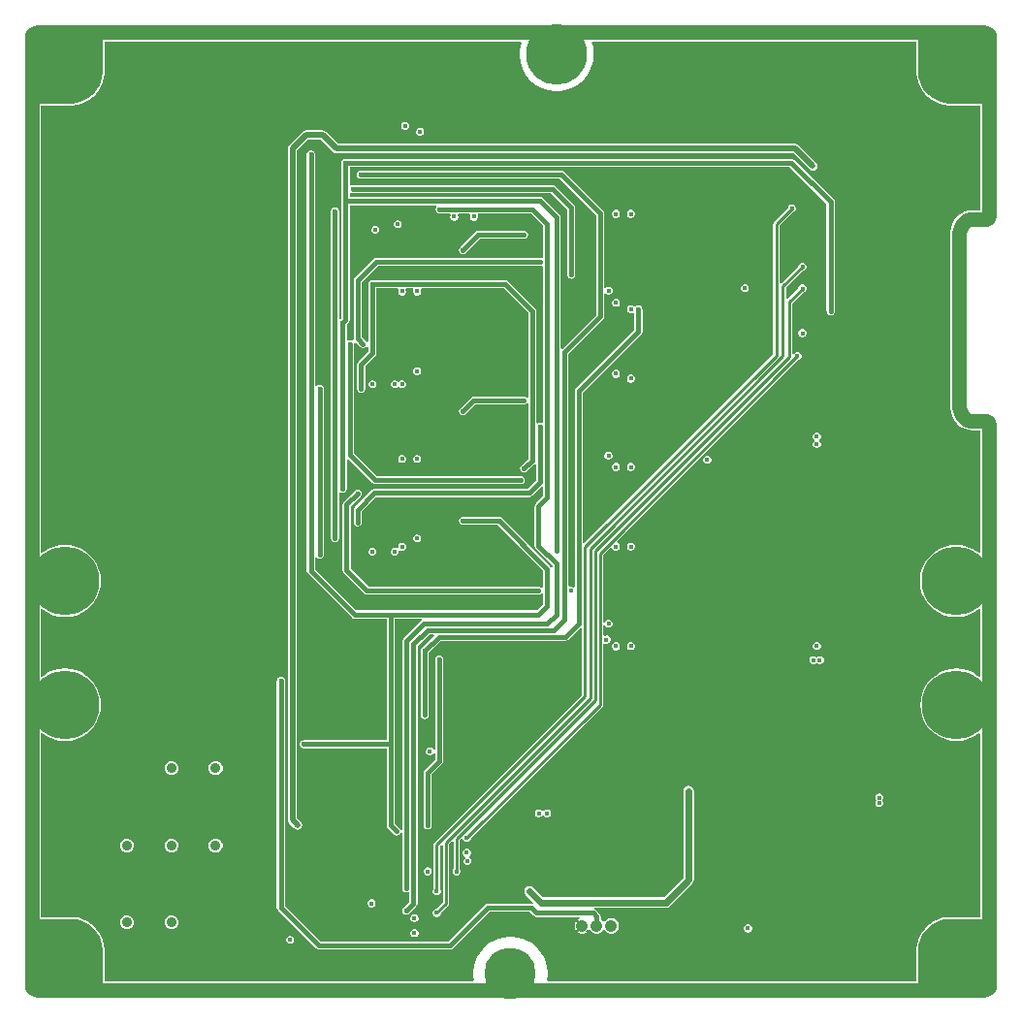
<source format=gbr>
G04*
G04 #@! TF.GenerationSoftware,Altium Limited,Altium Designer,24.1.2 (44)*
G04*
G04 Layer_Physical_Order=3*
G04 Layer_Color=16440176*
%FSLAX44Y44*%
%MOMM*%
G71*
G04*
G04 #@! TF.SameCoordinates,5A935687-884A-4F64-8E33-7EEF87A7B93E*
G04*
G04*
G04 #@! TF.FilePolarity,Positive*
G04*
G01*
G75*
%ADD16C,0.6000*%
%ADD19C,0.2540*%
%ADD39C,1.2700*%
%ADD69C,0.4000*%
%ADD70C,0.5000*%
%ADD72C,5.3000*%
%ADD73C,4.5000*%
%ADD74C,0.7000*%
%ADD75C,6.0000*%
%ADD76C,0.8000*%
%ADD78C,1.0500*%
%ADD79C,0.4000*%
%ADD80C,0.9000*%
G36*
X779376Y809293D02*
X779376Y809293D01*
X779376Y807438D01*
X779419Y807335D01*
X779390Y807226D01*
X779874Y803549D01*
X779930Y803452D01*
X779916Y803341D01*
X780876Y799759D01*
X780944Y799669D01*
Y799557D01*
X782363Y796131D01*
X782443Y796052D01*
X782457Y795940D01*
X784312Y792729D01*
X784400Y792660D01*
X784430Y792552D01*
X786687Y789610D01*
X786785Y789554D01*
X786827Y789450D01*
X789450Y786827D01*
X789554Y786785D01*
X789610Y786687D01*
X792552Y784430D01*
X792660Y784401D01*
X792729Y784312D01*
X795940Y782457D01*
X796052Y782443D01*
X796131Y782363D01*
X799557Y780944D01*
X799669D01*
X799759Y780876D01*
X803341Y779916D01*
X803452Y779930D01*
X803549Y779874D01*
X807226Y779390D01*
X807335Y779419D01*
X807438Y779376D01*
X809293Y779376D01*
X835232Y779376D01*
Y766646D01*
Y756646D01*
Y746646D01*
Y736646D01*
Y726646D01*
Y716646D01*
Y706646D01*
Y696646D01*
Y687825D01*
X828860D01*
X828860Y687853D01*
X824998Y687472D01*
X821285Y686346D01*
X817862Y684517D01*
X814863Y682055D01*
X812401Y679055D01*
X810572Y675633D01*
X809445Y671919D01*
X809065Y668057D01*
X809092D01*
Y653163D01*
Y643163D01*
Y633163D01*
Y623163D01*
Y613163D01*
Y603163D01*
Y593163D01*
Y583163D01*
Y573163D01*
Y563163D01*
Y553163D01*
Y543163D01*
Y533163D01*
Y523163D01*
Y515497D01*
X809065D01*
X809445Y511635D01*
X810572Y507922D01*
X812401Y504499D01*
X814863Y501500D01*
X817862Y499038D01*
X821285Y497209D01*
X824998Y496082D01*
X828860Y495702D01*
X828860Y495729D01*
X835232D01*
Y491390D01*
Y481390D01*
Y471390D01*
Y461390D01*
Y451390D01*
Y441390D01*
Y431390D01*
Y421390D01*
Y411390D01*
Y401390D01*
Y388808D01*
X834079Y388276D01*
X832572Y389563D01*
X828345Y392154D01*
X823764Y394051D01*
X818943Y395208D01*
X814000Y395597D01*
X809057Y395208D01*
X804236Y394051D01*
X799655Y392154D01*
X795427Y389563D01*
X791657Y386343D01*
X788437Y382573D01*
X785846Y378345D01*
X783949Y373764D01*
X782792Y368943D01*
X782403Y364000D01*
X782792Y359057D01*
X783949Y354236D01*
X785846Y349655D01*
X788437Y345428D01*
X791657Y341657D01*
X795427Y338437D01*
X799655Y335846D01*
X804236Y333949D01*
X809057Y332792D01*
X814000Y332403D01*
X818943Y332792D01*
X823764Y333949D01*
X828345Y335846D01*
X832572Y338437D01*
X834079Y339724D01*
X835232Y339192D01*
Y331390D01*
Y321390D01*
Y311391D01*
Y301391D01*
Y291391D01*
Y281215D01*
X834079Y280683D01*
X833049Y281563D01*
X828822Y284153D01*
X824241Y286051D01*
X819420Y287208D01*
X814477Y287597D01*
X809534Y287208D01*
X804713Y286051D01*
X800132Y284153D01*
X795904Y281563D01*
X792134Y278343D01*
X788914Y274573D01*
X786323Y270345D01*
X784426Y265764D01*
X783269Y260943D01*
X782879Y256000D01*
X783269Y251057D01*
X784426Y246236D01*
X786323Y241655D01*
X788914Y237428D01*
X792134Y233657D01*
X795904Y230437D01*
X800132Y227847D01*
X804713Y225949D01*
X809534Y224792D01*
X814477Y224403D01*
X819420Y224792D01*
X824241Y225949D01*
X828822Y227847D01*
X833049Y230437D01*
X833962Y231217D01*
X835232Y230631D01*
Y221391D01*
Y211391D01*
Y201391D01*
Y191391D01*
Y181391D01*
Y171391D01*
Y161391D01*
Y151391D01*
Y141391D01*
Y131391D01*
Y121391D01*
Y111391D01*
Y101391D01*
Y91391D01*
Y81391D01*
Y70624D01*
X809293Y70624D01*
X807438Y70624D01*
X807335Y70581D01*
X807226Y70610D01*
X803549Y70126D01*
X803452Y70069D01*
X803341Y70084D01*
X799759Y69124D01*
X799669Y69056D01*
X799557D01*
X796131Y67637D01*
X796052Y67557D01*
X795940Y67543D01*
X792729Y65688D01*
X792660Y65599D01*
X792552Y65570D01*
X789610Y63313D01*
X789554Y63215D01*
X789450Y63173D01*
X786827Y60550D01*
X786785Y60447D01*
X786687Y60390D01*
X784430Y57448D01*
X784400Y57340D01*
X784312Y57271D01*
X782457Y54060D01*
X782443Y53948D01*
X782363Y53869D01*
X780944Y50443D01*
Y50331D01*
X780876Y50241D01*
X779916Y46659D01*
X779930Y46548D01*
X779874Y46451D01*
X779390Y42774D01*
X779419Y42665D01*
X779376Y42562D01*
X779376Y40707D01*
X779376Y40707D01*
Y14768D01*
X457755D01*
X456918Y15723D01*
X457333Y18881D01*
Y23119D01*
X456780Y27322D01*
X455683Y31416D01*
X454061Y35331D01*
X451942Y39002D01*
X449362Y42365D01*
X446365Y45362D01*
X443002Y47942D01*
X439331Y50061D01*
X435416Y51683D01*
X431321Y52780D01*
X427119Y53334D01*
X422881D01*
X418679Y52780D01*
X414584Y51683D01*
X410668Y50061D01*
X406998Y47942D01*
X403635Y45362D01*
X400638Y42365D01*
X398058Y39002D01*
X395939Y35331D01*
X394317Y31416D01*
X393220Y27322D01*
X392666Y23119D01*
Y18881D01*
X393082Y15723D01*
X392245Y14768D01*
X70624D01*
Y40707D01*
X70624Y40708D01*
X70624Y42562D01*
X70581Y42665D01*
X70610Y42774D01*
X70126Y46451D01*
X70069Y46548D01*
X70084Y46659D01*
X69124Y50241D01*
X69056Y50331D01*
Y50443D01*
X67637Y53869D01*
X67557Y53948D01*
X67543Y54060D01*
X65688Y57271D01*
X65599Y57340D01*
X65570Y57448D01*
X63313Y60390D01*
X63215Y60447D01*
X63173Y60550D01*
X60550Y63173D01*
X60447Y63215D01*
X60390Y63313D01*
X57448Y65570D01*
X57340Y65599D01*
X57271Y65688D01*
X54060Y67543D01*
X53948Y67557D01*
X53869Y67637D01*
X50443Y69056D01*
X50331D01*
X50241Y69124D01*
X46659Y70084D01*
X46548Y70069D01*
X46451Y70126D01*
X42774Y70610D01*
X42665Y70581D01*
X42562Y70624D01*
X40707Y70624D01*
X14768Y70624D01*
Y82095D01*
Y92094D01*
Y102094D01*
Y112094D01*
Y122094D01*
Y132094D01*
Y142094D01*
Y152094D01*
Y162094D01*
Y172094D01*
Y182094D01*
Y192094D01*
Y202094D01*
Y212094D01*
Y222094D01*
Y231039D01*
X16038Y231624D01*
X17428Y230437D01*
X21655Y227847D01*
X26236Y225949D01*
X31057Y224792D01*
X36000Y224403D01*
X40943Y224792D01*
X45764Y225949D01*
X50345Y227847D01*
X54573Y230437D01*
X58343Y233657D01*
X61563Y237428D01*
X64153Y241655D01*
X66051Y246236D01*
X67208Y251057D01*
X67597Y256000D01*
X67208Y260943D01*
X66051Y265764D01*
X64153Y270345D01*
X61563Y274573D01*
X58343Y278343D01*
X54573Y281563D01*
X50345Y284153D01*
X45764Y286051D01*
X40943Y287208D01*
X36000Y287597D01*
X31057Y287208D01*
X26236Y286051D01*
X21655Y284153D01*
X17428Y281563D01*
X15921Y280276D01*
X14768Y280808D01*
Y292094D01*
Y302094D01*
Y312094D01*
Y322094D01*
Y332094D01*
Y339192D01*
X15921Y339724D01*
X17428Y338437D01*
X21655Y335846D01*
X26236Y333949D01*
X31057Y332792D01*
X36000Y332403D01*
X40943Y332792D01*
X45764Y333949D01*
X50345Y335846D01*
X54573Y338437D01*
X58343Y341657D01*
X61563Y345428D01*
X64153Y349655D01*
X66051Y354236D01*
X67208Y359057D01*
X67597Y364000D01*
X67208Y368943D01*
X66051Y373764D01*
X64153Y378345D01*
X61563Y382573D01*
X58343Y386343D01*
X54573Y389563D01*
X50345Y392154D01*
X45764Y394051D01*
X40943Y395208D01*
X36000Y395597D01*
X31057Y395208D01*
X26236Y394051D01*
X21655Y392154D01*
X17428Y389563D01*
X15921Y388276D01*
X14768Y388808D01*
Y402094D01*
Y412094D01*
Y422094D01*
Y432094D01*
Y442094D01*
Y452094D01*
Y462094D01*
Y472094D01*
Y482094D01*
Y492094D01*
Y502094D01*
Y512094D01*
Y522094D01*
Y532094D01*
Y542094D01*
Y552094D01*
Y562094D01*
Y572094D01*
Y582094D01*
Y592094D01*
Y602094D01*
Y612094D01*
Y622094D01*
Y632094D01*
Y642093D01*
Y652093D01*
Y662093D01*
Y672093D01*
Y682093D01*
Y692093D01*
Y702093D01*
Y712093D01*
Y722093D01*
Y732093D01*
Y742093D01*
Y752093D01*
Y762093D01*
Y772093D01*
Y779376D01*
X40707Y779376D01*
X42562Y779376D01*
X42665Y779419D01*
X42774Y779390D01*
X46451Y779874D01*
X46548Y779930D01*
X46659Y779916D01*
X50241Y780876D01*
X50331Y780944D01*
X50443D01*
X53869Y782363D01*
X53948Y782443D01*
X54060Y782457D01*
X57271Y784312D01*
X57340Y784401D01*
X57448Y784430D01*
X60390Y786687D01*
X60447Y786785D01*
X60550Y786827D01*
X63173Y789450D01*
X63215Y789554D01*
X63313Y789610D01*
X65570Y792552D01*
X65599Y792660D01*
X65688Y792729D01*
X67543Y795940D01*
X67557Y796052D01*
X67637Y796131D01*
X69056Y799557D01*
Y799669D01*
X69124Y799759D01*
X70084Y803341D01*
X70069Y803452D01*
X70126Y803549D01*
X70610Y807226D01*
X70581Y807335D01*
X70624Y807438D01*
X70624Y809292D01*
X70624Y809293D01*
Y835232D01*
X433764D01*
X434495Y833962D01*
X433520Y830322D01*
X432966Y826119D01*
Y821881D01*
X433520Y817679D01*
X434617Y813584D01*
X436239Y809669D01*
X438358Y805998D01*
X440938Y802635D01*
X443935Y799638D01*
X447298Y797058D01*
X450969Y794939D01*
X454884Y793317D01*
X458979Y792220D01*
X463181Y791666D01*
X467419D01*
X471622Y792220D01*
X475716Y793317D01*
X479632Y794939D01*
X483302Y797058D01*
X486665Y799638D01*
X489662Y802635D01*
X492242Y805998D01*
X494361Y809669D01*
X495983Y813584D01*
X497080Y817679D01*
X497634Y821881D01*
Y826119D01*
X497080Y830322D01*
X496105Y833962D01*
X496836Y835232D01*
X779376D01*
Y809293D01*
D02*
G37*
G36*
X843526Y781000D02*
X809293Y781000D01*
X807438Y781000D01*
X803761Y781484D01*
X800179Y782444D01*
X796752Y783863D01*
X793540Y785718D01*
X790598Y787975D01*
X787975Y790598D01*
X785718Y793540D01*
X783863Y796752D01*
X782444Y800179D01*
X781484Y803761D01*
X781000Y807438D01*
X781000Y809293D01*
X781000D01*
Y843526D01*
X843526D01*
Y781000D01*
D02*
G37*
G36*
X69000Y809293D02*
X69000D01*
X69000Y807438D01*
X68516Y803761D01*
X67556Y800179D01*
X66137Y796752D01*
X64282Y793540D01*
X62024Y790598D01*
X59402Y787975D01*
X56460Y785718D01*
X53248Y783863D01*
X49821Y782444D01*
X46239Y781484D01*
X42562Y781000D01*
X40707Y781000D01*
X6474Y781000D01*
Y843526D01*
X69000D01*
Y809293D01*
D02*
G37*
G36*
X843526Y6474D02*
X781000D01*
Y40707D01*
X781000Y40707D01*
X781000Y40707D01*
X781000Y42562D01*
X781484Y46239D01*
X782444Y49821D01*
X783863Y53248D01*
X785718Y56460D01*
X787975Y59402D01*
X790598Y62024D01*
X793540Y64282D01*
X796752Y66137D01*
X800179Y67556D01*
X803761Y68516D01*
X807438Y69000D01*
X809293Y69000D01*
X843526Y69000D01*
Y6474D01*
D02*
G37*
G36*
X40707Y69000D02*
X42562Y69000D01*
X46239Y68516D01*
X49821Y67556D01*
X53248Y66137D01*
X56460Y64282D01*
X59402Y62024D01*
X62024Y59402D01*
X64282Y56460D01*
X66137Y53248D01*
X67556Y49821D01*
X68516Y46239D01*
X69000Y42562D01*
X69000Y40707D01*
X69000D01*
X69000Y40707D01*
Y6474D01*
X6474D01*
Y69000D01*
X40707Y69000D01*
D02*
G37*
%LPC*%
G36*
X333714Y764918D02*
X332322D01*
X331035Y764385D01*
X330051Y763401D01*
X329518Y762114D01*
Y760722D01*
X330051Y759436D01*
X331035Y758451D01*
X332322Y757918D01*
X333714D01*
X335000Y758451D01*
X335985Y759436D01*
X336518Y760722D01*
Y762114D01*
X335985Y763401D01*
X335000Y764385D01*
X333714Y764918D01*
D02*
G37*
G36*
X346706Y759685D02*
X345314D01*
X344027Y759152D01*
X343043Y758167D01*
X342510Y756881D01*
Y755488D01*
X343043Y754202D01*
X344027Y753217D01*
X345314Y752684D01*
X346706D01*
X347993Y753217D01*
X348977Y754202D01*
X349510Y755488D01*
Y756881D01*
X348977Y758167D01*
X347993Y759152D01*
X346706Y759685D01*
D02*
G37*
G36*
X260880Y757582D02*
X260880Y757582D01*
X246527D01*
X244966Y757271D01*
X243643Y756387D01*
X243643Y756387D01*
X231779Y744524D01*
X230895Y743201D01*
X230585Y741640D01*
X230585Y741640D01*
Y155448D01*
X230585Y155448D01*
X230895Y153887D01*
X231779Y152564D01*
X236227Y148117D01*
X237550Y147232D01*
X239111Y146922D01*
X240672Y147232D01*
X241995Y148117D01*
X242879Y149440D01*
X243189Y151000D01*
X242879Y152561D01*
X241995Y153884D01*
X238741Y157137D01*
Y739950D01*
X248216Y749425D01*
X259191D01*
X269820Y738796D01*
X271143Y737912D01*
X272703Y737602D01*
X671945D01*
X685990Y723556D01*
X687313Y722672D01*
X688874Y722362D01*
X690435Y722672D01*
X691758Y723556D01*
X692642Y724879D01*
X692952Y726440D01*
X692642Y728001D01*
X691758Y729324D01*
X676518Y744564D01*
X675195Y745448D01*
X673634Y745758D01*
X673634Y745758D01*
X274393D01*
X263764Y756387D01*
X262441Y757271D01*
X262182Y757323D01*
X260880Y757582D01*
D02*
G37*
G36*
X530846Y687992D02*
X529454D01*
X528167Y687459D01*
X527183Y686475D01*
X526650Y685188D01*
Y683796D01*
X527183Y682509D01*
X528167Y681525D01*
X529454Y680992D01*
X530846D01*
X532133Y681525D01*
X533117Y682509D01*
X533650Y683796D01*
Y685188D01*
X533117Y686475D01*
X532133Y687459D01*
X530846Y687992D01*
D02*
G37*
G36*
X517846D02*
X516454D01*
X515167Y687459D01*
X514183Y686475D01*
X513650Y685188D01*
Y683796D01*
X514183Y682509D01*
X515167Y681525D01*
X516454Y680992D01*
X517846D01*
X519133Y681525D01*
X520117Y682509D01*
X520650Y683796D01*
Y685188D01*
X520117Y686475D01*
X519133Y687459D01*
X517846Y687992D01*
D02*
G37*
G36*
X630494Y623260D02*
X629102D01*
X627815Y622727D01*
X626831Y621743D01*
X626298Y620456D01*
Y619064D01*
X626831Y617777D01*
X627815Y616793D01*
X629102Y616260D01*
X630494D01*
X631781Y616793D01*
X632765Y617777D01*
X633298Y619064D01*
Y620456D01*
X632765Y621743D01*
X631781Y622727D01*
X630494Y623260D01*
D02*
G37*
G36*
X517846Y610437D02*
X516454D01*
X515167Y609904D01*
X514183Y608919D01*
X513650Y607633D01*
Y606241D01*
X514183Y604954D01*
X515167Y603970D01*
X516454Y603437D01*
X517846D01*
X519132Y603970D01*
X520117Y604954D01*
X520650Y606241D01*
Y607633D01*
X520117Y608919D01*
X519132Y609904D01*
X517846Y610437D01*
D02*
G37*
G36*
X250669Y740077D02*
X250324Y740008D01*
X249972D01*
X249648Y739874D01*
X249303Y739805D01*
X249011Y739610D01*
X248686Y739475D01*
X248438Y739227D01*
X248145Y739032D01*
X247950Y738739D01*
X247701Y738491D01*
X247567Y738166D01*
X247372Y737874D01*
X247303Y737529D01*
X247169Y737204D01*
Y736853D01*
X247100Y736508D01*
Y595683D01*
Y450239D01*
Y373010D01*
X247372Y371645D01*
X248145Y370487D01*
X286400Y332233D01*
X287557Y331459D01*
X288923Y331187D01*
X316891D01*
Y225045D01*
X244585D01*
X244240Y224977D01*
X243888D01*
X243564Y224842D01*
X243219Y224774D01*
X242927Y224578D01*
X242602Y224444D01*
X242353Y224195D01*
X242061Y224000D01*
X241866Y223708D01*
X241617Y223459D01*
X241483Y223135D01*
X241288Y222843D01*
X241219Y222498D01*
X241085Y222173D01*
Y221822D01*
X241016Y221477D01*
X241085Y221132D01*
Y220781D01*
X241219Y220456D01*
X241288Y220111D01*
X241483Y219819D01*
X241617Y219494D01*
X241866Y219246D01*
X242061Y218953D01*
X242353Y218758D01*
X242602Y218510D01*
X242927Y218375D01*
X243219Y218180D01*
X243564Y218111D01*
X243888Y217977D01*
X244240D01*
X244585Y217908D01*
X316891D01*
Y150570D01*
X317163Y149205D01*
X317936Y148047D01*
X323187Y142797D01*
X323479Y142601D01*
X323727Y142353D01*
X324052Y142218D01*
X324344Y142023D01*
X324689Y141954D01*
X325014Y141820D01*
X325365D01*
X325710Y141751D01*
X326055Y141820D01*
X326406D01*
X326731Y141954D01*
X327076Y142023D01*
X327368Y142218D01*
X327693Y142353D01*
X327941Y142601D01*
X328233Y142797D01*
X328429Y143089D01*
X328677Y143337D01*
X328812Y143662D01*
X329007Y143954D01*
X329063Y144234D01*
X329273Y144334D01*
X329662Y144402D01*
X330505Y143704D01*
Y95510D01*
X330573Y95165D01*
Y94814D01*
X330708Y94489D01*
X330776Y94144D01*
X330972Y93852D01*
X331106Y93527D01*
X331355Y93279D01*
X331550Y92987D01*
X331842Y92791D01*
X332091Y92543D01*
X332415Y92408D01*
X332708Y92213D01*
X333052Y92144D01*
X333377Y92010D01*
X333728D01*
X334073Y91941D01*
X334418Y92010D01*
X334769D01*
X335094Y92144D01*
X335439Y92213D01*
X335521Y92268D01*
X336193Y92065D01*
X336718Y91674D01*
X336791Y91578D01*
Y83775D01*
X331550Y78533D01*
X331355Y78241D01*
X331106Y77993D01*
X330972Y77668D01*
X330776Y77376D01*
X330708Y77031D01*
X330573Y76706D01*
Y76355D01*
X330505Y76010D01*
X330573Y75665D01*
Y75314D01*
X330708Y74989D01*
X330776Y74644D01*
X330972Y74352D01*
X331106Y74028D01*
X331355Y73779D01*
X331550Y73487D01*
X331842Y73291D01*
X332091Y73043D01*
X332415Y72908D01*
X332708Y72713D01*
X333052Y72645D01*
X333377Y72510D01*
X333728D01*
X334073Y72442D01*
X334418Y72510D01*
X334769D01*
X335094Y72645D01*
X335439Y72713D01*
X335731Y72908D01*
X336056Y73043D01*
X336304Y73291D01*
X336597Y73487D01*
X342883Y79773D01*
X343657Y80931D01*
X343928Y82297D01*
Y307195D01*
X354375Y317641D01*
X358029D01*
X358515Y316468D01*
X347447Y305400D01*
X347251Y305107D01*
X347003Y304859D01*
X346868Y304534D01*
X346673Y304242D01*
X346604Y303897D01*
X346470Y303573D01*
Y303221D01*
X346401Y302876D01*
Y246949D01*
X346396Y246920D01*
X346470Y246546D01*
Y246224D01*
X346593Y245926D01*
X346667Y245554D01*
X346878Y245239D01*
X347003Y244937D01*
X347234Y244706D01*
X347441Y244397D01*
X347751Y244190D01*
X347987Y243953D01*
X348297Y243825D01*
X348599Y243623D01*
X348954Y243552D01*
X349274Y243420D01*
X349619D01*
X349964Y243351D01*
X350309Y243420D01*
X350666D01*
X350996Y243557D01*
X351330Y243623D01*
X351613Y243812D01*
X351953Y243953D01*
X352213Y244213D01*
X352488Y244397D01*
X352493Y244402D01*
X352677Y244677D01*
X352937Y244937D01*
X353078Y245277D01*
X353267Y245560D01*
X353333Y245894D01*
X353470Y246224D01*
Y246581D01*
X353539Y246926D01*
Y301398D01*
X363971Y311830D01*
X473243D01*
X474609Y312102D01*
X475766Y312875D01*
X486126Y323235D01*
X487396Y322709D01*
Y264200D01*
X358683Y135487D01*
X358071Y134571D01*
X357856Y133490D01*
X357856Y133490D01*
Y95245D01*
X357713Y95102D01*
X357180Y93816D01*
Y92423D01*
X357713Y91137D01*
X358697Y90152D01*
X359984Y89620D01*
X361376D01*
X362663Y90152D01*
X363647Y91137D01*
X364180Y92423D01*
Y93816D01*
X363647Y95102D01*
X363504Y95245D01*
Y132320D01*
X364682Y133499D01*
X365856Y133013D01*
Y83370D01*
X360186Y77700D01*
X359984D01*
X358697Y77167D01*
X357713Y76183D01*
X357180Y74896D01*
Y73504D01*
X357713Y72217D01*
X358697Y71233D01*
X359984Y70700D01*
X361376D01*
X362663Y71233D01*
X363647Y72217D01*
X364180Y73504D01*
Y73706D01*
X370677Y80203D01*
X371289Y81119D01*
X371504Y82200D01*
Y134603D01*
X374039Y137137D01*
X375212Y136651D01*
Y112615D01*
X375069Y112473D01*
X374537Y111186D01*
Y109794D01*
X375069Y108507D01*
X376054Y107523D01*
X377340Y106990D01*
X378733D01*
X380019Y107523D01*
X381004Y108507D01*
X381536Y109794D01*
Y111186D01*
X381004Y112473D01*
X380861Y112615D01*
Y137859D01*
X382210Y139208D01*
X383517Y138720D01*
X383916Y137757D01*
X384901Y136773D01*
X386187Y136240D01*
X387579D01*
X388866Y136773D01*
X389850Y137757D01*
X390383Y139044D01*
Y139246D01*
X505221Y254084D01*
X505221Y254084D01*
X505833Y255000D01*
X506048Y256081D01*
X506048Y256081D01*
Y308972D01*
X507318Y309681D01*
X508059Y309375D01*
X509451D01*
X510737Y309907D01*
X511722Y310892D01*
X512255Y312178D01*
Y313571D01*
X511722Y314857D01*
X510737Y315842D01*
X509451Y316375D01*
X508059D01*
X507318Y316068D01*
X506048Y316777D01*
Y325555D01*
X507318Y325808D01*
X507734Y324805D01*
X508718Y323820D01*
X510005Y323287D01*
X511397D01*
X512683Y323820D01*
X513668Y324805D01*
X514201Y326091D01*
Y327483D01*
X513668Y328770D01*
X512683Y329754D01*
X511397Y330287D01*
X510005D01*
X508718Y329754D01*
X507734Y328770D01*
X507318Y327766D01*
X506048Y328019D01*
Y386950D01*
X512477Y393378D01*
X513820Y392925D01*
X514183Y392048D01*
X515167Y391064D01*
X516454Y390531D01*
X517846D01*
X519133Y391064D01*
X520117Y392048D01*
X520650Y393335D01*
Y394727D01*
X520117Y396013D01*
X519133Y396998D01*
X518256Y397361D01*
X517802Y398704D01*
X676134Y557036D01*
X676336D01*
X677623Y557569D01*
X678607Y558553D01*
X679140Y559840D01*
Y561232D01*
X678607Y562519D01*
X677623Y563503D01*
X676336Y564036D01*
X674944D01*
X673657Y563503D01*
X672673Y562519D01*
X672612Y562371D01*
X671342Y562624D01*
Y606683D01*
X680478Y615820D01*
X680680D01*
X681967Y616352D01*
X682951Y617337D01*
X683484Y618623D01*
Y620016D01*
X682951Y621302D01*
X681967Y622287D01*
X680680Y622820D01*
X679288D01*
X678001Y622287D01*
X677017Y621302D01*
X676484Y620016D01*
Y619814D01*
X667034Y610364D01*
X665764Y610890D01*
Y620106D01*
X680478Y634820D01*
X680680D01*
X681967Y635352D01*
X682951Y636337D01*
X683484Y637623D01*
Y639016D01*
X682951Y640302D01*
X681967Y641287D01*
X680680Y641820D01*
X679288D01*
X678001Y641287D01*
X677017Y640302D01*
X676484Y639016D01*
Y638814D01*
X661340Y623670D01*
X660070Y624196D01*
Y674605D01*
X671209Y685745D01*
X671412D01*
X672698Y686277D01*
X673682Y687262D01*
X674215Y688548D01*
Y689941D01*
X673682Y691227D01*
X672698Y692212D01*
X671412Y692745D01*
X670019D01*
X668733Y692212D01*
X667748Y691227D01*
X667215Y689941D01*
Y689739D01*
X655249Y677772D01*
X654637Y676856D01*
X654421Y675775D01*
X654421Y675775D01*
Y561896D01*
X489489Y396963D01*
X488219Y397489D01*
Y501617D01*
X488194Y501738D01*
Y528246D01*
X539173Y579225D01*
X539947Y580383D01*
X540219Y581749D01*
Y601323D01*
X540150Y601667D01*
Y602019D01*
X540015Y602344D01*
X539947Y602688D01*
X539752Y602980D01*
X539617Y603305D01*
X539369Y603554D01*
X539173Y603846D01*
X538881Y604041D01*
X538633Y604290D01*
X538308Y604424D01*
X538016Y604620D01*
X537671Y604688D01*
X537346Y604823D01*
X536995D01*
X536650Y604891D01*
X536305Y604823D01*
X535954D01*
X535629Y604688D01*
X535284Y604620D01*
X534992Y604424D01*
X534667Y604290D01*
X534419Y604041D01*
X534192Y603890D01*
X534107Y603843D01*
X532910Y603685D01*
X532570Y603852D01*
X532132Y604290D01*
X530846Y604823D01*
X529454D01*
X528167Y604290D01*
X527183Y603305D01*
X526650Y602019D01*
Y600626D01*
X527183Y599340D01*
X528167Y598355D01*
X529454Y597823D01*
X530846D01*
X531811Y598223D01*
X533081Y597645D01*
Y583227D01*
X482102Y532248D01*
X481329Y531090D01*
X481057Y529725D01*
Y501617D01*
X481081Y501495D01*
Y359135D01*
X479811Y358557D01*
X478846Y358957D01*
X477454D01*
X476923Y358737D01*
X475653Y359569D01*
Y562339D01*
X505707Y592394D01*
X506481Y593551D01*
X506680Y594552D01*
X506684Y594561D01*
Y594572D01*
X506753Y594917D01*
Y614620D01*
X508023Y615101D01*
X508667Y614456D01*
X509954Y613923D01*
X511346D01*
X512633Y614456D01*
X513617Y615440D01*
X514150Y616727D01*
Y618119D01*
X513617Y619406D01*
X512633Y620390D01*
X511346Y620923D01*
X509954D01*
X508667Y620390D01*
X508023Y619745D01*
X506753Y620226D01*
Y685157D01*
X506481Y686523D01*
X505707Y687681D01*
X472045Y721343D01*
X470887Y722117D01*
X469521Y722389D01*
X294010D01*
X293665Y722320D01*
X293314D01*
X292989Y722186D01*
X292644Y722117D01*
X292352Y721922D01*
X292027Y721787D01*
X291779Y721539D01*
X291487Y721343D01*
X291291Y721051D01*
X291043Y720803D01*
X290908Y720478D01*
X290713Y720186D01*
X290644Y719841D01*
X290510Y719516D01*
Y719165D01*
X290441Y718820D01*
X290510Y718475D01*
Y718124D01*
X290644Y717799D01*
X290713Y717454D01*
X290908Y717162D01*
X291043Y716837D01*
X291291Y716589D01*
X291487Y716297D01*
X291779Y716101D01*
X292027Y715853D01*
X292352Y715718D01*
X292644Y715523D01*
X292989Y715454D01*
X293314Y715320D01*
X293665D01*
X294010Y715251D01*
X468043D01*
X499615Y683679D01*
Y596395D01*
X469989Y566768D01*
X468718Y567294D01*
Y681239D01*
X468650Y681584D01*
Y681936D01*
X468516Y682260D01*
X468447Y682605D01*
X468252Y682897D01*
X468117Y683222D01*
X467869Y683471D01*
X467673Y683763D01*
X453173Y698263D01*
X452015Y699037D01*
X450649Y699309D01*
X284579D01*
Y702598D01*
X284754Y702768D01*
X285757Y703255D01*
X286082Y703121D01*
X286374Y702925D01*
X286719Y702857D01*
X287044Y702722D01*
X287395D01*
X287740Y702654D01*
X460452D01*
X474581Y688525D01*
Y631378D01*
X474650Y631033D01*
Y630681D01*
X474784Y630357D01*
X474853Y630012D01*
X475048Y629720D01*
X475183Y629395D01*
X475431Y629147D01*
X475627Y628854D01*
X475919Y628659D01*
X476167Y628410D01*
X476492Y628276D01*
X476784Y628081D01*
X477129Y628012D01*
X477454Y627878D01*
X477805D01*
X478150Y627809D01*
X478495Y627878D01*
X478846D01*
X479171Y628012D01*
X479516Y628081D01*
X479808Y628276D01*
X480132Y628410D01*
X480381Y628659D01*
X480673Y628854D01*
X480869Y629147D01*
X481117Y629395D01*
X481252Y629720D01*
X481447Y630012D01*
X481515Y630357D01*
X481650Y630681D01*
Y631033D01*
X481718Y631378D01*
Y690003D01*
X481447Y691368D01*
X480673Y692526D01*
X464454Y708746D01*
X463296Y709519D01*
X461930Y709791D01*
X287740D01*
X287395Y709722D01*
X287044D01*
X286719Y709588D01*
X286374Y709519D01*
X286082Y709324D01*
X285757Y709190D01*
X284754Y709676D01*
X284579Y709847D01*
Y725672D01*
X668821D01*
X701030Y693463D01*
Y599428D01*
X701099Y599083D01*
Y598660D01*
X701261Y598269D01*
X701302Y598062D01*
X701419Y597887D01*
X701631Y597374D01*
X702024Y596981D01*
X702075Y596904D01*
X702152Y596853D01*
X702616Y596389D01*
X703222Y596138D01*
X703233Y596131D01*
X703246Y596128D01*
X703903Y595856D01*
X705295D01*
X705952Y596128D01*
X705964Y596131D01*
X705975Y596138D01*
X706581Y596389D01*
X707045Y596853D01*
X707122Y596904D01*
X707173Y596981D01*
X707566Y597374D01*
X707778Y597887D01*
X707896Y598062D01*
X707937Y598269D01*
X708099Y598660D01*
Y599083D01*
X708167Y599428D01*
Y694941D01*
X707896Y696307D01*
X707122Y697465D01*
X672823Y731764D01*
X671665Y732538D01*
X670299Y732809D01*
X281010D01*
X280665Y732741D01*
X280314D01*
X279989Y732606D01*
X279644Y732538D01*
X279352Y732342D01*
X279027Y732208D01*
X278779Y731959D01*
X278487Y731764D01*
X278291Y731472D01*
X278043Y731223D01*
X277908Y730899D01*
X277713Y730606D01*
X277645Y730262D01*
X277510Y729937D01*
Y729585D01*
X277441Y729241D01*
Y695740D01*
Y593333D01*
X276490Y592549D01*
X275349Y593022D01*
Y686806D01*
X275280Y687151D01*
Y687502D01*
X275145Y687827D01*
X275077Y688171D01*
X274882Y688464D01*
X274747Y688789D01*
X274499Y689037D01*
X274303Y689329D01*
X274011Y689525D01*
X273763Y689773D01*
X273438Y689908D01*
X273146Y690103D01*
X272801Y690171D01*
X272476Y690306D01*
X272125D01*
X271780Y690375D01*
X271435Y690306D01*
X271084D01*
X270759Y690171D01*
X270414Y690103D01*
X270122Y689908D01*
X269797Y689773D01*
X269549Y689525D01*
X269257Y689329D01*
X269061Y689037D01*
X268813Y688789D01*
X268678Y688464D01*
X268483Y688171D01*
X268414Y687827D01*
X268280Y687502D01*
Y687151D01*
X268211Y686806D01*
Y546867D01*
Y401423D01*
X268280Y401078D01*
Y400727D01*
X268414Y400402D01*
X268483Y400057D01*
X268678Y399765D01*
X268813Y399440D01*
X269061Y399192D01*
X269257Y398899D01*
X269549Y398704D01*
X269797Y398456D01*
X270122Y398321D01*
X270414Y398126D01*
X270759Y398057D01*
X271084Y397923D01*
X271435D01*
X271780Y397854D01*
X272125Y397923D01*
X272476D01*
X272801Y398057D01*
X273146Y398126D01*
X273438Y398321D01*
X273763Y398456D01*
X274011Y398704D01*
X274303Y398899D01*
X274499Y399192D01*
X274747Y399440D01*
X274882Y399765D01*
X275077Y400057D01*
X275145Y400402D01*
X275280Y400727D01*
Y401078D01*
X275349Y401423D01*
Y440849D01*
X275406Y440909D01*
X275999Y441251D01*
X276619Y441479D01*
X276812Y441398D01*
X277104Y441203D01*
X277449Y441134D01*
X277774Y441000D01*
X278125D01*
X278470Y440931D01*
X278815Y441000D01*
X279166D01*
X279491Y441134D01*
X279836Y441203D01*
X280128Y441398D01*
X280453Y441533D01*
X280701Y441781D01*
X280993Y441977D01*
X281189Y442269D01*
X281437Y442517D01*
X281572Y442842D01*
X281767Y443134D01*
X281835Y443479D01*
X281970Y443804D01*
Y444155D01*
X282039Y444500D01*
Y470297D01*
X283309Y470823D01*
X304535Y449597D01*
X305693Y448823D01*
X307059Y448551D01*
X433305D01*
X433312Y448549D01*
X433663D01*
X434008Y448480D01*
X434353Y448549D01*
X434704D01*
X435029Y448683D01*
X435374Y448752D01*
X435666Y448947D01*
X435991Y449081D01*
X436239Y449330D01*
X436532Y449525D01*
X436727Y449817D01*
X436975Y450066D01*
X437110Y450391D01*
X437305Y450683D01*
X437374Y451028D01*
X437508Y451352D01*
Y451704D01*
X437577Y452048D01*
X437508Y452393D01*
Y452745D01*
X437374Y453069D01*
X437305Y453414D01*
X437110Y453706D01*
X436975Y454031D01*
X436727Y454280D01*
X436532Y454572D01*
X436460Y454643D01*
X436168Y454839D01*
X435991Y455016D01*
X435760Y455112D01*
X435302Y455417D01*
X434763Y455524D01*
X434704Y455549D01*
X434641D01*
X433937Y455689D01*
X308537D01*
X288538Y475687D01*
Y570972D01*
X289076Y572054D01*
X289558Y572361D01*
X289869Y572395D01*
X293815Y568449D01*
X294107Y568253D01*
X294356Y568005D01*
X294680Y567870D01*
X294972Y567675D01*
X295317Y567607D01*
X295642Y567472D01*
X295993D01*
X296338Y567403D01*
X296683Y567472D01*
X297034D01*
X297359Y567607D01*
X297704Y567675D01*
X297996Y567870D01*
X298321Y568005D01*
X298569Y568253D01*
X298861Y568449D01*
X299057Y568741D01*
X299305Y568989D01*
X299440Y569314D01*
X299635Y569606D01*
X299673Y569607D01*
X300943Y568372D01*
Y564568D01*
X292117Y555741D01*
X291343Y554584D01*
X291071Y553218D01*
Y531858D01*
X291140Y531513D01*
Y531185D01*
X291266Y530881D01*
X291343Y530492D01*
X291563Y530162D01*
X291673Y529898D01*
X291875Y529696D01*
X292117Y529334D01*
X292478Y529093D01*
X292657Y528914D01*
X292891Y528817D01*
X293274Y528561D01*
X293726Y528471D01*
X293944Y528381D01*
X294179D01*
X294640Y528289D01*
X295101Y528381D01*
X295336D01*
X295554Y528471D01*
X296006Y528561D01*
X296389Y528817D01*
X296623Y528914D01*
X296802Y529093D01*
X297163Y529334D01*
X297405Y529696D01*
X297607Y529898D01*
X297717Y530162D01*
X297937Y530492D01*
X298014Y530881D01*
X298140Y531185D01*
Y531513D01*
X298209Y531858D01*
Y551740D01*
X307035Y560567D01*
X307809Y561724D01*
X308081Y563090D01*
Y619770D01*
X326750D01*
X327352Y618500D01*
X326970Y617577D01*
Y616185D01*
X327503Y614898D01*
X328487Y613914D01*
X329774Y613381D01*
X331166D01*
X332453Y613914D01*
X333437Y614898D01*
X333970Y616185D01*
Y617577D01*
X333588Y618500D01*
X334190Y619770D01*
X339750D01*
X340352Y618500D01*
X339970Y617577D01*
Y616185D01*
X340503Y614898D01*
X341487Y613914D01*
X342774Y613381D01*
X344166D01*
X345453Y613914D01*
X346437Y614898D01*
X346970Y616185D01*
Y617577D01*
X346588Y618500D01*
X347190Y619770D01*
X419118D01*
X434357Y604532D01*
X440581Y598307D01*
Y523962D01*
X440569Y523956D01*
X439345Y523698D01*
X439311Y523698D01*
X439069Y523941D01*
X438873Y524233D01*
X438581Y524428D01*
X438333Y524677D01*
X438008Y524811D01*
X437716Y525006D01*
X437371Y525075D01*
X437046Y525209D01*
X436695D01*
X436350Y525278D01*
X392865D01*
X391499Y525006D01*
X390341Y524233D01*
X381017Y514908D01*
X380677Y514400D01*
X380573Y514296D01*
X380516Y514159D01*
X380243Y513750D01*
X380147Y513268D01*
X380040Y513009D01*
Y512729D01*
X379971Y512384D01*
X380040Y512040D01*
Y511617D01*
X380202Y511226D01*
X380243Y511019D01*
X380360Y510843D01*
X380573Y510330D01*
X380965Y509938D01*
X381017Y509861D01*
X381093Y509810D01*
X381557Y509346D01*
X382164Y509095D01*
X382174Y509087D01*
X382187Y509085D01*
X382844Y508813D01*
X384236D01*
X384893Y509085D01*
X384906Y509087D01*
X384916Y509095D01*
X385523Y509346D01*
X385987Y509810D01*
X386063Y509861D01*
X394343Y518141D01*
X436350D01*
X436695Y518209D01*
X437046D01*
X437371Y518344D01*
X437716Y518412D01*
X438008Y518608D01*
X438333Y518742D01*
X438581Y518991D01*
X438873Y519186D01*
X439069Y519478D01*
X439311Y519721D01*
X439345Y519721D01*
X440569Y519463D01*
X440581Y519456D01*
Y470957D01*
X434357Y464732D01*
X434161Y464440D01*
X433913Y464191D01*
X433778Y463866D01*
X433583Y463574D01*
X433515Y463229D01*
X433380Y462905D01*
Y462553D01*
X433311Y462209D01*
X433380Y461864D01*
Y461512D01*
X433515Y461188D01*
X433583Y460843D01*
X433778Y460551D01*
X433913Y460226D01*
X434161Y459977D01*
X434357Y459685D01*
X434649Y459490D01*
X434897Y459241D01*
X435222Y459107D01*
X435514Y458912D01*
X435859Y458843D01*
X436184Y458708D01*
X436535D01*
X436880Y458640D01*
X437225Y458708D01*
X437576D01*
X437901Y458843D01*
X438246Y458912D01*
X438538Y459107D01*
X438863Y459241D01*
X439111Y459490D01*
X439403Y459685D01*
X446182Y466464D01*
X447452Y465937D01*
Y451990D01*
X439840Y444379D01*
X306005D01*
X304639Y444107D01*
X303482Y443333D01*
X288947Y428798D01*
X288173Y427640D01*
X287901Y426275D01*
Y415305D01*
X287970Y414960D01*
Y414608D01*
X288104Y414284D01*
X288173Y413939D01*
X288368Y413647D01*
X288503Y413322D01*
X288751Y413074D01*
X288947Y412781D01*
X289239Y412586D01*
X289487Y412337D01*
X289812Y412203D01*
X290104Y412008D01*
X290449Y411939D01*
X290774Y411805D01*
X291125D01*
X291470Y411736D01*
X291815Y411805D01*
X292166D01*
X292491Y411939D01*
X292836Y412008D01*
X293128Y412203D01*
X293453Y412337D01*
X293701Y412586D01*
X293993Y412781D01*
X294189Y413074D01*
X294437Y413322D01*
X294572Y413647D01*
X294767Y413939D01*
X294835Y414284D01*
X294970Y414608D01*
Y414960D01*
X295039Y415305D01*
Y424797D01*
X307483Y437241D01*
X441318D01*
X442684Y437513D01*
X443842Y438287D01*
X452361Y446806D01*
X453631Y446280D01*
Y438247D01*
X447057Y431672D01*
X446283Y430514D01*
X446011Y429149D01*
Y394522D01*
X446283Y393156D01*
X447057Y391998D01*
X461581Y377473D01*
Y376120D01*
X460311Y375835D01*
X459723Y376715D01*
X417427Y419012D01*
X416269Y419785D01*
X414903Y420057D01*
X383540D01*
X383195Y419989D01*
X382844D01*
X382519Y419854D01*
X382174Y419785D01*
X381882Y419590D01*
X381557Y419456D01*
X381309Y419207D01*
X381017Y419012D01*
X380821Y418720D01*
X380573Y418471D01*
X380438Y418146D01*
X380243Y417854D01*
X380174Y417509D01*
X380040Y417185D01*
Y416833D01*
X379971Y416488D01*
X380040Y416144D01*
Y415792D01*
X380174Y415468D01*
X380243Y415123D01*
X380438Y414831D01*
X380573Y414506D01*
X380821Y414257D01*
X381017Y413965D01*
X381309Y413770D01*
X381557Y413521D01*
X381882Y413387D01*
X382174Y413192D01*
X382519Y413123D01*
X382844Y412989D01*
X383195D01*
X383540Y412920D01*
X413425D01*
X453631Y372714D01*
Y358593D01*
X453420Y358429D01*
X452103Y358123D01*
X451596Y358463D01*
X451563Y358496D01*
X451519Y358514D01*
X450946Y358897D01*
X449580Y359169D01*
X301198D01*
X285509Y374858D01*
Y429277D01*
X293993Y437762D01*
X294189Y438054D01*
X294437Y438303D01*
X294572Y438628D01*
X294767Y438920D01*
X294835Y439264D01*
X294970Y439589D01*
Y439941D01*
X295039Y440285D01*
X294970Y440630D01*
Y440981D01*
X294835Y441306D01*
X294767Y441651D01*
X294572Y441943D01*
X294437Y442268D01*
X294189Y442516D01*
X293993Y442809D01*
X293701Y443004D01*
X293453Y443252D01*
X293128Y443387D01*
X292836Y443582D01*
X292491Y443651D01*
X292166Y443785D01*
X291815D01*
X291470Y443854D01*
X291125Y443785D01*
X290774D01*
X290449Y443651D01*
X290104Y443582D01*
X289812Y443387D01*
X289487Y443252D01*
X289239Y443004D01*
X288947Y442809D01*
X279417Y433279D01*
X278643Y432121D01*
X278371Y430755D01*
Y373380D01*
X278643Y372014D01*
X279417Y370857D01*
X297197Y353077D01*
X298354Y352303D01*
X299720Y352031D01*
X448877D01*
X448884Y352029D01*
X450276D01*
X450933Y352300D01*
X450946Y352303D01*
X450956Y352310D01*
X451563Y352561D01*
X452026Y353025D01*
X452103Y353077D01*
X452155Y353153D01*
X452361Y353360D01*
X453240Y353178D01*
X453631Y352971D01*
Y343854D01*
X448102Y338324D01*
X290401D01*
X254237Y374488D01*
Y384453D01*
X254877Y384748D01*
X255507Y384843D01*
X255621Y384728D01*
X255817Y384436D01*
X256109Y384241D01*
X256357Y383992D01*
X256682Y383858D01*
X256974Y383663D01*
X257319Y383594D01*
X257644Y383460D01*
X257995D01*
X258340Y383391D01*
X258685Y383460D01*
X259036D01*
X259361Y383594D01*
X259706Y383663D01*
X259998Y383858D01*
X260323Y383992D01*
X260571Y384241D01*
X260863Y384436D01*
X261059Y384728D01*
X261307Y384977D01*
X261442Y385302D01*
X261637Y385594D01*
X261705Y385939D01*
X261840Y386263D01*
Y386615D01*
X261908Y386959D01*
Y531881D01*
X261840Y532225D01*
Y532577D01*
X261705Y532902D01*
X261637Y533246D01*
X261442Y533539D01*
X261307Y533863D01*
X261059Y534112D01*
X260863Y534404D01*
X260571Y534599D01*
X260323Y534848D01*
X259998Y534982D01*
X259706Y535178D01*
X259361Y535246D01*
X259036Y535381D01*
X258685D01*
X258340Y535449D01*
X257995Y535381D01*
X257644D01*
X257319Y535246D01*
X256974Y535178D01*
X256682Y534982D01*
X256357Y534848D01*
X256109Y534599D01*
X255817Y534404D01*
X255621Y534112D01*
X255507Y533998D01*
X254877Y534092D01*
X254237Y534387D01*
Y595683D01*
Y736508D01*
X254169Y736853D01*
Y737204D01*
X254034Y737529D01*
X253965Y737874D01*
X253770Y738166D01*
X253636Y738491D01*
X253387Y738739D01*
X253192Y739032D01*
X252900Y739227D01*
X252651Y739475D01*
X252326Y739610D01*
X252034Y739805D01*
X251689Y739874D01*
X251365Y740008D01*
X251013D01*
X250669Y740077D01*
D02*
G37*
G36*
X680680Y583928D02*
X679288D01*
X678001Y583395D01*
X677017Y582410D01*
X676484Y581124D01*
Y579732D01*
X677017Y578445D01*
X678001Y577461D01*
X679288Y576928D01*
X680680D01*
X681967Y577461D01*
X682951Y578445D01*
X683484Y579732D01*
Y581124D01*
X682951Y582410D01*
X681967Y583395D01*
X680680Y583928D01*
D02*
G37*
G36*
X344237Y550642D02*
X342844D01*
X341558Y550109D01*
X340573Y549125D01*
X340041Y547839D01*
Y546446D01*
X340573Y545160D01*
X341558Y544175D01*
X342844Y543642D01*
X344237D01*
X345523Y544175D01*
X346508Y545160D01*
X347040Y546446D01*
Y547839D01*
X346508Y549125D01*
X345523Y550109D01*
X344237Y550642D01*
D02*
G37*
G36*
X517846Y548410D02*
X516454D01*
X515167Y547877D01*
X514183Y546893D01*
X513650Y545606D01*
Y544214D01*
X514183Y542928D01*
X515167Y541943D01*
X516454Y541410D01*
X517846D01*
X519133Y541943D01*
X520117Y542928D01*
X520650Y544214D01*
Y545606D01*
X520117Y546893D01*
X519133Y547877D01*
X517846Y548410D01*
D02*
G37*
G36*
X331166Y539440D02*
X329774D01*
X328487Y538907D01*
X328050Y538469D01*
X327220Y538062D01*
X326390Y538469D01*
X325953Y538907D01*
X324666Y539440D01*
X323274D01*
X321987Y538907D01*
X321003Y537923D01*
X320470Y536636D01*
Y535244D01*
X321003Y533957D01*
X321987Y532973D01*
X323274Y532440D01*
X324666D01*
X325953Y532973D01*
X326390Y533411D01*
X327220Y533818D01*
X328050Y533411D01*
X328487Y532973D01*
X329774Y532440D01*
X331166D01*
X332453Y532973D01*
X333437Y533957D01*
X333970Y535244D01*
Y536636D01*
X333437Y537923D01*
X332453Y538907D01*
X331166Y539440D01*
D02*
G37*
G36*
X530846Y544181D02*
X529454D01*
X528167Y543648D01*
X527183Y542664D01*
X526650Y541377D01*
Y539985D01*
X527183Y538698D01*
X528167Y537714D01*
X529454Y537181D01*
X530846D01*
X532133Y537714D01*
X533117Y538698D01*
X533650Y539985D01*
Y541377D01*
X533117Y542664D01*
X532133Y543648D01*
X530846Y544181D01*
D02*
G37*
G36*
X305166Y539440D02*
X303774D01*
X302487Y538907D01*
X301503Y537923D01*
X300970Y536636D01*
Y535244D01*
X301503Y533957D01*
X302487Y532973D01*
X303774Y532440D01*
X305166D01*
X306453Y532973D01*
X307437Y533957D01*
X307970Y535244D01*
Y536636D01*
X307437Y537923D01*
X306453Y538907D01*
X305166Y539440D01*
D02*
G37*
G36*
X693180Y493720D02*
X691788D01*
X690501Y493187D01*
X689517Y492203D01*
X688984Y490916D01*
Y489524D01*
X689517Y488237D01*
X690076Y487679D01*
X690364Y486867D01*
X690076Y486055D01*
X689517Y485496D01*
X688984Y484210D01*
Y482817D01*
X689517Y481531D01*
X690501Y480546D01*
X691788Y480013D01*
X693180D01*
X694467Y480546D01*
X695451Y481531D01*
X695984Y482817D01*
Y484210D01*
X695451Y485496D01*
X694893Y486055D01*
X694604Y486867D01*
X694893Y487679D01*
X695451Y488237D01*
X695984Y489524D01*
Y490916D01*
X695451Y492203D01*
X694467Y493187D01*
X693180Y493720D01*
D02*
G37*
G36*
X511346Y476923D02*
X509954D01*
X508667Y476390D01*
X507683Y475405D01*
X507150Y474119D01*
Y472727D01*
X507683Y471440D01*
X508667Y470456D01*
X509954Y469923D01*
X511346D01*
X512633Y470456D01*
X513617Y471440D01*
X514150Y472727D01*
Y474119D01*
X513617Y475405D01*
X512633Y476390D01*
X511346Y476923D01*
D02*
G37*
G36*
X344119Y474018D02*
X342727D01*
X341441Y473485D01*
X340456Y472500D01*
X339923Y471214D01*
Y469822D01*
X340456Y468535D01*
X341441Y467551D01*
X342727Y467018D01*
X344119D01*
X345406Y467551D01*
X346390Y468535D01*
X346923Y469822D01*
Y471214D01*
X346390Y472500D01*
X345406Y473485D01*
X344119Y474018D01*
D02*
G37*
G36*
X331070D02*
X329677D01*
X328391Y473485D01*
X327406Y472500D01*
X326874Y471214D01*
Y469822D01*
X327406Y468535D01*
X328391Y467551D01*
X329677Y467018D01*
X331070D01*
X332356Y467551D01*
X333341Y468535D01*
X333873Y469822D01*
Y471214D01*
X333341Y472500D01*
X332356Y473485D01*
X331070Y474018D01*
D02*
G37*
G36*
X597596Y473400D02*
X596204D01*
X594917Y472867D01*
X593933Y471883D01*
X593400Y470596D01*
Y469204D01*
X593933Y467917D01*
X594917Y466933D01*
X596204Y466400D01*
X597596D01*
X598883Y466933D01*
X599867Y467917D01*
X600400Y469204D01*
Y470596D01*
X599867Y471883D01*
X598883Y472867D01*
X597596Y473400D01*
D02*
G37*
G36*
X530864Y467008D02*
X529471D01*
X528185Y466475D01*
X527200Y465491D01*
X526668Y464204D01*
Y462812D01*
X527200Y461525D01*
X528185Y460541D01*
X529471Y460008D01*
X530864D01*
X532150Y460541D01*
X533135Y461525D01*
X533667Y462812D01*
Y464204D01*
X533135Y465491D01*
X532150Y466475D01*
X530864Y467008D01*
D02*
G37*
G36*
X517846D02*
X516454D01*
X515167Y466475D01*
X514183Y465491D01*
X513650Y464204D01*
Y462812D01*
X514183Y461525D01*
X515167Y460541D01*
X516454Y460008D01*
X517846D01*
X519132Y460541D01*
X520117Y461525D01*
X520650Y462812D01*
Y464204D01*
X520117Y465491D01*
X519132Y466475D01*
X517846Y467008D01*
D02*
G37*
G36*
X344131Y404784D02*
X342738D01*
X341452Y404251D01*
X340467Y403267D01*
X339934Y401980D01*
Y400588D01*
X340467Y399302D01*
X341452Y398317D01*
X342738Y397784D01*
X344131D01*
X345417Y398317D01*
X346402Y399302D01*
X346934Y400588D01*
Y401980D01*
X346402Y403267D01*
X345417Y404251D01*
X344131Y404784D01*
D02*
G37*
G36*
X331166Y397423D02*
X329774D01*
X328487Y396890D01*
X327503Y395905D01*
X326970Y394619D01*
Y393343D01*
X326466Y392924D01*
X325852Y392606D01*
X324666Y393097D01*
X323274D01*
X321987Y392565D01*
X321003Y391580D01*
X320470Y390294D01*
Y388901D01*
X321003Y387615D01*
X321987Y386630D01*
X323274Y386097D01*
X324666D01*
X325953Y386630D01*
X326937Y387615D01*
X327470Y388901D01*
Y390177D01*
X327974Y390597D01*
X328587Y390914D01*
X329774Y390423D01*
X331166D01*
X332453Y390956D01*
X333437Y391940D01*
X333970Y393227D01*
Y394619D01*
X333437Y395905D01*
X332453Y396890D01*
X331166Y397423D01*
D02*
G37*
G36*
X530846Y397531D02*
X529454D01*
X528167Y396998D01*
X527183Y396013D01*
X526650Y394727D01*
Y393335D01*
X527183Y392048D01*
X528167Y391064D01*
X529454Y390531D01*
X530846D01*
X532133Y391064D01*
X533117Y392048D01*
X533650Y393335D01*
Y394727D01*
X533117Y396013D01*
X532133Y396998D01*
X530846Y397531D01*
D02*
G37*
G36*
X305166Y393097D02*
X303774D01*
X302487Y392565D01*
X301503Y391580D01*
X300970Y390294D01*
Y388901D01*
X301503Y387615D01*
X302487Y386630D01*
X303774Y386097D01*
X305166D01*
X306453Y386630D01*
X307437Y387615D01*
X307970Y388901D01*
Y390294D01*
X307437Y391580D01*
X306453Y392565D01*
X305166Y393097D01*
D02*
G37*
G36*
X693180Y310793D02*
X691788D01*
X690501Y310260D01*
X689517Y309276D01*
X688984Y307990D01*
Y306597D01*
X689517Y305311D01*
X690501Y304326D01*
X691788Y303793D01*
X693180D01*
X694467Y304326D01*
X695451Y305311D01*
X695984Y306597D01*
Y307990D01*
X695451Y309276D01*
X694467Y310260D01*
X693180Y310793D01*
D02*
G37*
G36*
X530846Y310644D02*
X529454D01*
X528167Y310111D01*
X527183Y309126D01*
X526650Y307840D01*
Y306448D01*
X527183Y305161D01*
X528167Y304177D01*
X529454Y303644D01*
X530846D01*
X532132Y304177D01*
X533117Y305161D01*
X533650Y306448D01*
Y307840D01*
X533117Y309126D01*
X532132Y310111D01*
X530846Y310644D01*
D02*
G37*
G36*
X517846Y310483D02*
X516454D01*
X515167Y309950D01*
X514183Y308965D01*
X513650Y307679D01*
Y306286D01*
X514183Y305000D01*
X515167Y304015D01*
X516454Y303482D01*
X517846D01*
X519132Y304015D01*
X520117Y305000D01*
X520650Y306286D01*
Y307679D01*
X520117Y308965D01*
X519132Y309950D01*
X517846Y310483D01*
D02*
G37*
G36*
X695734Y298428D02*
X694342D01*
X693056Y297896D01*
X692298Y297138D01*
X691541Y297896D01*
X690255Y298428D01*
X688862D01*
X687576Y297896D01*
X686591Y296911D01*
X686059Y295625D01*
Y294232D01*
X686591Y292946D01*
X687576Y291961D01*
X688862Y291429D01*
X690255D01*
X691541Y291961D01*
X692298Y292719D01*
X693056Y291961D01*
X694342Y291429D01*
X695734D01*
X697021Y291961D01*
X698006Y292946D01*
X698538Y294232D01*
Y295625D01*
X698006Y296911D01*
X697021Y297896D01*
X695734Y298428D01*
D02*
G37*
G36*
X362756Y298978D02*
X362411Y298909D01*
X362060D01*
X361735Y298775D01*
X361390Y298706D01*
X361098Y298511D01*
X360773Y298376D01*
X360525Y298128D01*
X360232Y297932D01*
X360037Y297640D01*
X359789Y297392D01*
X359654Y297067D01*
X359459Y296775D01*
X359390Y296430D01*
X359256Y296105D01*
Y295754D01*
X359187Y295409D01*
Y216878D01*
X357917Y216625D01*
X357716Y217109D01*
X356732Y218094D01*
X355446Y218627D01*
X354053D01*
X352767Y218094D01*
X351782Y217109D01*
X351249Y215823D01*
Y214431D01*
X351782Y213144D01*
X352767Y212160D01*
X354053Y211627D01*
X355446D01*
X356732Y212160D01*
X357716Y213144D01*
X357917Y213629D01*
X359187Y213376D01*
Y208356D01*
X350157Y199326D01*
X349384Y198168D01*
X349112Y196803D01*
Y150574D01*
X349111Y150570D01*
X349181Y150222D01*
Y149803D01*
X349341Y149417D01*
X349383Y149205D01*
X349503Y149025D01*
X349714Y148517D01*
X350102Y148128D01*
X350157Y148047D01*
X350238Y147992D01*
X350698Y147532D01*
X351299Y147283D01*
X351314Y147273D01*
X351332Y147270D01*
X351985Y147000D01*
X353377D01*
X354031Y147270D01*
X354046Y147273D01*
X354058Y147282D01*
X354663Y147532D01*
X355126Y147996D01*
X355203Y148047D01*
X355204Y148048D01*
X355256Y148125D01*
X355648Y148517D01*
X355860Y149030D01*
X355978Y149205D01*
X356019Y149413D01*
X356181Y149803D01*
Y150226D01*
X356249Y150571D01*
Y195324D01*
X365279Y204354D01*
X366053Y205512D01*
X366324Y206877D01*
Y295409D01*
X366256Y295754D01*
Y296105D01*
X366121Y296430D01*
X366053Y296775D01*
X365857Y297067D01*
X365723Y297392D01*
X365474Y297640D01*
X365279Y297932D01*
X364987Y298128D01*
X364738Y298376D01*
X364414Y298511D01*
X364121Y298706D01*
X363777Y298775D01*
X363452Y298909D01*
X363101D01*
X362756Y298978D01*
D02*
G37*
G36*
X168833Y206373D02*
X166446D01*
X164241Y205460D01*
X162553Y203772D01*
X161640Y201567D01*
Y199180D01*
X162553Y196974D01*
X164241Y195287D01*
X166446Y194373D01*
X168833D01*
X171039Y195287D01*
X172726Y196974D01*
X173640Y199180D01*
Y201567D01*
X172726Y203772D01*
X171039Y205460D01*
X168833Y206373D01*
D02*
G37*
G36*
X130014D02*
X127626D01*
X125421Y205460D01*
X123733Y203772D01*
X122820Y201567D01*
Y199180D01*
X123733Y196974D01*
X125421Y195287D01*
X127626Y194373D01*
X130014D01*
X132219Y195287D01*
X133906Y196974D01*
X134820Y199180D01*
Y201567D01*
X133906Y203772D01*
X132219Y205460D01*
X130014Y206373D01*
D02*
G37*
G36*
X747787Y178300D02*
X746395D01*
X745108Y177767D01*
X744124Y176783D01*
X743591Y175496D01*
Y174104D01*
X744124Y172817D01*
X744451Y172490D01*
X744124Y172163D01*
X743591Y170876D01*
Y169484D01*
X744124Y168197D01*
X745108Y167213D01*
X746395Y166680D01*
X747787D01*
X749074Y167213D01*
X750058Y168197D01*
X750591Y169484D01*
Y170876D01*
X750058Y172163D01*
X749731Y172490D01*
X750058Y172817D01*
X750591Y174104D01*
Y175496D01*
X750058Y176783D01*
X749074Y177767D01*
X747787Y178300D01*
D02*
G37*
G36*
X457711Y164669D02*
X456318D01*
X455032Y164136D01*
X454048Y163152D01*
X452676D01*
X451692Y164136D01*
X450405Y164669D01*
X449013D01*
X447727Y164136D01*
X446742Y163152D01*
X446209Y161865D01*
Y160473D01*
X446742Y159187D01*
X447727Y158202D01*
X449013Y157669D01*
X450405D01*
X451692Y158202D01*
X452676Y159187D01*
X454048D01*
X455032Y158202D01*
X456318Y157669D01*
X457711D01*
X458997Y158202D01*
X459982Y159187D01*
X460515Y160473D01*
Y161865D01*
X459982Y163152D01*
X458997Y164136D01*
X457711Y164669D01*
D02*
G37*
G36*
X168833Y139120D02*
X166446D01*
X164241Y138206D01*
X162553Y136518D01*
X161640Y134313D01*
Y131926D01*
X162553Y129721D01*
X164241Y128033D01*
X166446Y127120D01*
X168833D01*
X171039Y128033D01*
X172726Y129721D01*
X173640Y131926D01*
Y134313D01*
X172726Y136518D01*
X171039Y138206D01*
X168833Y139120D01*
D02*
G37*
G36*
X130014D02*
X127626D01*
X125421Y138206D01*
X123733Y136518D01*
X122820Y134313D01*
Y131926D01*
X123733Y129721D01*
X125421Y128033D01*
X127626Y127120D01*
X130014D01*
X132219Y128033D01*
X133906Y129721D01*
X134820Y131926D01*
Y134313D01*
X133906Y136518D01*
X132219Y138206D01*
X130014Y139120D01*
D02*
G37*
G36*
X91194D02*
X88806D01*
X86601Y138206D01*
X84913Y136518D01*
X84000Y134313D01*
Y131926D01*
X84913Y129721D01*
X86601Y128033D01*
X88806Y127120D01*
X91194D01*
X93399Y128033D01*
X95087Y129721D01*
X96000Y131926D01*
Y134313D01*
X95087Y136518D01*
X93399Y138206D01*
X91194Y139120D01*
D02*
G37*
G36*
X387579Y130379D02*
X386187D01*
X384901Y129846D01*
X383916Y128862D01*
X383383Y127575D01*
Y126183D01*
X383916Y124896D01*
X384901Y123912D01*
X385226Y123777D01*
X385350Y123235D01*
X385345Y122353D01*
X384528Y121537D01*
X383995Y120250D01*
Y118858D01*
X384528Y117571D01*
X385512Y116587D01*
X386799Y116054D01*
X388191D01*
X389478Y116587D01*
X390462Y117571D01*
X390995Y118858D01*
Y120250D01*
X390462Y121537D01*
X389478Y122521D01*
X389152Y122656D01*
X389029Y123198D01*
X389034Y124080D01*
X389850Y124896D01*
X390383Y126183D01*
Y127575D01*
X389850Y128862D01*
X388866Y129846D01*
X387579Y130379D01*
D02*
G37*
G36*
X353376Y113990D02*
X351984D01*
X350697Y113457D01*
X349713Y112473D01*
X349180Y111186D01*
Y109794D01*
X349713Y108507D01*
X350697Y107523D01*
X351984Y106990D01*
X353376D01*
X354663Y107523D01*
X355647Y108507D01*
X356180Y109794D01*
Y111186D01*
X355647Y112473D01*
X354663Y113457D01*
X353376Y113990D01*
D02*
G37*
G36*
X304437Y86010D02*
X303045D01*
X301758Y85477D01*
X300774Y84493D01*
X300241Y83206D01*
Y81814D01*
X300774Y80527D01*
X301758Y79543D01*
X303045Y79010D01*
X304437D01*
X305723Y79543D01*
X306708Y80527D01*
X307241Y81814D01*
Y83206D01*
X306708Y84493D01*
X305723Y85477D01*
X304437Y86010D01*
D02*
G37*
G36*
X341849Y73010D02*
X340457D01*
X339171Y72477D01*
X338186Y71493D01*
X337653Y70206D01*
Y68814D01*
X338186Y67527D01*
X339171Y66543D01*
X340457Y66010D01*
X341849D01*
X343136Y66543D01*
X344120Y67527D01*
X344653Y68814D01*
Y70206D01*
X344120Y71493D01*
X343136Y72477D01*
X341849Y73010D01*
D02*
G37*
G36*
X224552Y280429D02*
X224207Y280360D01*
X223855D01*
X223531Y280226D01*
X223186Y280157D01*
X222894Y279962D01*
X222569Y279827D01*
X222320Y279579D01*
X222028Y279383D01*
X221833Y279091D01*
X221584Y278843D01*
X221450Y278518D01*
X221255Y278226D01*
X221186Y277881D01*
X221052Y277556D01*
Y277205D01*
X220983Y276860D01*
Y79189D01*
X221255Y77823D01*
X222028Y76666D01*
X255497Y43197D01*
X256655Y42423D01*
X258021Y42151D01*
X372304D01*
X373669Y42423D01*
X374827Y43197D01*
X406802Y75171D01*
X441584D01*
X445127Y71628D01*
X446285Y70855D01*
X447651Y70583D01*
X485666D01*
X485833Y69313D01*
X485075Y69110D01*
X483877Y68419D01*
X485108Y67188D01*
X483312Y65392D01*
X482081Y66623D01*
X481390Y65426D01*
X480930Y63709D01*
Y61931D01*
X481390Y60215D01*
X482081Y59017D01*
X483312Y60248D01*
X485108Y58452D01*
X483877Y57221D01*
X485075Y56530D01*
X486791Y56070D01*
X488569D01*
X490285Y56530D01*
X491483Y57221D01*
X490252Y58452D01*
X492048Y60248D01*
X493279Y59017D01*
X493297Y59049D01*
X494763D01*
X494979Y58675D01*
X496235Y57419D01*
X497775Y56530D01*
X499491Y56070D01*
X501269D01*
X502985Y56530D01*
X504525Y57419D01*
X505781Y58675D01*
X505997Y59049D01*
X507463D01*
X507679Y58675D01*
X508935Y57419D01*
X510475Y56530D01*
X512191Y56070D01*
X513969D01*
X515685Y56530D01*
X517225Y57419D01*
X518481Y58675D01*
X519370Y60215D01*
X519830Y61931D01*
Y63709D01*
X519370Y65426D01*
X518481Y66965D01*
X517225Y68221D01*
X515685Y69110D01*
X513969Y69570D01*
X512191D01*
X510475Y69110D01*
X508935Y68221D01*
X507679Y66965D01*
X507463Y66592D01*
X505997D01*
X505781Y66965D01*
X504525Y68221D01*
X503949Y68554D01*
Y70869D01*
X503677Y72235D01*
X502903Y73392D01*
X499621Y76675D01*
X498463Y77449D01*
X498356Y77470D01*
X498481Y78740D01*
X560848D01*
X562604Y79089D01*
X564092Y80084D01*
X583914Y99905D01*
X584909Y101394D01*
X585258Y103150D01*
Y173790D01*
Y180757D01*
X584909Y182513D01*
X583914Y184001D01*
X582425Y184996D01*
X580670Y185345D01*
X578914Y184996D01*
X577425Y184001D01*
X576431Y182513D01*
X576082Y180757D01*
Y173790D01*
Y105050D01*
X558948Y87916D01*
X453271D01*
X444824Y96364D01*
X443335Y97359D01*
X441579Y97708D01*
X439824Y97359D01*
X438335Y96364D01*
X437341Y94875D01*
X436991Y93119D01*
X437341Y91364D01*
X438335Y89875D01*
X445012Y83198D01*
X444445Y82104D01*
X444365Y82050D01*
X443063Y82309D01*
X405324D01*
X403958Y82037D01*
X402800Y81263D01*
X370825Y49289D01*
X259499D01*
X228120Y80667D01*
Y276860D01*
X228052Y277205D01*
Y277556D01*
X227917Y277881D01*
X227848Y278226D01*
X227653Y278518D01*
X227519Y278843D01*
X227270Y279091D01*
X227075Y279383D01*
X226783Y279579D01*
X226534Y279827D01*
X226210Y279962D01*
X225917Y280157D01*
X225572Y280226D01*
X225248Y280360D01*
X224896D01*
X224552Y280429D01*
D02*
G37*
G36*
X130014Y71866D02*
X127626D01*
X125421Y70953D01*
X123733Y69265D01*
X122820Y67060D01*
Y64673D01*
X123733Y62467D01*
X125421Y60780D01*
X127626Y59866D01*
X130014D01*
X132219Y60780D01*
X133906Y62467D01*
X134820Y64673D01*
Y67060D01*
X133906Y69265D01*
X132219Y70953D01*
X130014Y71866D01*
D02*
G37*
G36*
X91194D02*
X88806D01*
X86601Y70953D01*
X84913Y69265D01*
X84000Y67060D01*
Y64673D01*
X84913Y62467D01*
X86601Y60780D01*
X88806Y59866D01*
X91194D01*
X93399Y60780D01*
X95087Y62467D01*
X96000Y64673D01*
Y67060D01*
X95087Y69265D01*
X93399Y70953D01*
X91194Y71866D01*
D02*
G37*
G36*
X633106Y64171D02*
X631714D01*
X630427Y63638D01*
X629443Y62653D01*
X628910Y61367D01*
Y59975D01*
X629443Y58688D01*
X630427Y57704D01*
X631714Y57171D01*
X633106D01*
X634393Y57704D01*
X635377Y58688D01*
X635910Y59975D01*
Y61367D01*
X635377Y62653D01*
X634393Y63638D01*
X633106Y64171D01*
D02*
G37*
G36*
X341849Y60010D02*
X340457D01*
X339171Y59477D01*
X338186Y58493D01*
X337653Y57206D01*
Y55814D01*
X338186Y54527D01*
X339171Y53543D01*
X340457Y53010D01*
X341849D01*
X343136Y53543D01*
X344120Y54527D01*
X344653Y55814D01*
Y57206D01*
X344120Y58493D01*
X343136Y59477D01*
X341849Y60010D01*
D02*
G37*
G36*
X233245Y54300D02*
X231852D01*
X230566Y53767D01*
X229581Y52783D01*
X229048Y51496D01*
Y50104D01*
X229581Y48817D01*
X230566Y47833D01*
X231852Y47300D01*
X233245D01*
X234531Y47833D01*
X235515Y48817D01*
X236048Y50104D01*
Y51496D01*
X235515Y52783D01*
X234531Y53767D01*
X233245Y54300D01*
D02*
G37*
%LPD*%
G36*
X360651Y691609D02*
X360754Y690901D01*
X360697Y690863D01*
X360501Y690571D01*
X360253Y690323D01*
X360118Y689998D01*
X359923Y689706D01*
X359855Y689361D01*
X359720Y689036D01*
Y688685D01*
X359651Y688340D01*
X359720Y687995D01*
Y687644D01*
X359855Y687319D01*
X359923Y686974D01*
X360118Y686682D01*
X360253Y686357D01*
X360501Y686109D01*
X360697Y685817D01*
X360989Y685621D01*
X361237Y685373D01*
X361562Y685238D01*
X361854Y685043D01*
X362199Y684975D01*
X362524Y684840D01*
X362875D01*
X363220Y684771D01*
X371989D01*
X372715Y683501D01*
X372420Y682790D01*
Y681397D01*
X372953Y680111D01*
X373937Y679126D01*
X375224Y678593D01*
X376616D01*
X377903Y679126D01*
X378887Y680111D01*
X379420Y681397D01*
Y682790D01*
X379125Y683501D01*
X379851Y684771D01*
X389123D01*
X389849Y683501D01*
X389554Y682790D01*
Y681397D01*
X390087Y680111D01*
X391072Y679126D01*
X392358Y678593D01*
X393750D01*
X395037Y679126D01*
X396021Y680111D01*
X396554Y681397D01*
Y682790D01*
X396259Y683501D01*
X396985Y684771D01*
X442866D01*
X453476Y674162D01*
Y646879D01*
X453241Y646607D01*
X452296Y645978D01*
X451971Y646113D01*
X451620D01*
X451275Y646181D01*
X307699D01*
X306334Y645910D01*
X305176Y645136D01*
X288947Y628907D01*
X288173Y627749D01*
X287901Y626384D01*
Y575840D01*
X288151Y574583D01*
X288118Y574542D01*
X286952Y573939D01*
X286628Y574074D01*
X286336Y574269D01*
X285991Y574338D01*
X285666Y574472D01*
X285315D01*
X284970Y574541D01*
X284625Y574472D01*
X284274D01*
X283949Y574338D01*
X283604Y574269D01*
X283312Y574074D01*
X283309Y574072D01*
X282351Y574508D01*
X282039Y574786D01*
Y587823D01*
X283533Y589317D01*
X284307Y590475D01*
X284579Y591841D01*
Y692171D01*
X360306D01*
X360651Y691609D01*
D02*
G37*
G36*
X453241Y638619D02*
X453476Y638346D01*
Y617579D01*
X453631Y616796D01*
Y502743D01*
X453245Y502380D01*
X452386Y502042D01*
X452041Y502110D01*
X451716Y502245D01*
X451365D01*
X451020Y502313D01*
X450676Y502245D01*
X450324D01*
X449999Y502110D01*
X449655Y502042D01*
X449362Y501846D01*
X449038Y501712D01*
X448989Y501663D01*
X448282Y501820D01*
X447719Y502215D01*
Y599785D01*
X447447Y601151D01*
X446673Y602309D01*
X439403Y609579D01*
X423120Y625862D01*
X421962Y626636D01*
X420597Y626908D01*
X304512D01*
X304167Y626839D01*
X303816D01*
X303491Y626704D01*
X303146Y626636D01*
X302854Y626441D01*
X302529Y626306D01*
X302281Y626058D01*
X301989Y625862D01*
X301793Y625570D01*
X301545Y625322D01*
X301410Y624997D01*
X301215Y624705D01*
X301147Y624360D01*
X301012Y624035D01*
Y623684D01*
X300943Y623339D01*
Y573572D01*
X299673Y572337D01*
X299635Y572338D01*
X299440Y572630D01*
X299305Y572955D01*
X299057Y573203D01*
X298861Y573495D01*
X295039Y577318D01*
Y624906D01*
X309177Y639044D01*
X451275D01*
X451620Y639113D01*
X451971D01*
X452296Y639247D01*
X453241Y638619D01*
D02*
G37*
G36*
X348023Y329917D02*
X347142Y329329D01*
X331550Y313737D01*
X330776Y312579D01*
X330505Y311213D01*
Y146936D01*
X329662Y146238D01*
X329273Y146306D01*
X329063Y146406D01*
X329007Y146686D01*
X328812Y146978D01*
X328677Y147303D01*
X328429Y147551D01*
X328233Y147843D01*
X324028Y152048D01*
Y221477D01*
Y331187D01*
X347738D01*
X348023Y329917D01*
D02*
G37*
%LPC*%
G36*
X327206Y679140D02*
X325814D01*
X324527Y678607D01*
X323543Y677623D01*
X323010Y676336D01*
Y674944D01*
X323543Y673657D01*
X324527Y672673D01*
X325814Y672140D01*
X327206D01*
X328493Y672673D01*
X329477Y673657D01*
X330010Y674944D01*
Y676336D01*
X329477Y677623D01*
X328493Y678607D01*
X327206Y679140D01*
D02*
G37*
G36*
X307706Y674245D02*
X306314D01*
X305027Y673712D01*
X304043Y672728D01*
X303510Y671441D01*
Y670049D01*
X304043Y668762D01*
X305027Y667778D01*
X306314Y667245D01*
X307706D01*
X308993Y667778D01*
X309977Y668762D01*
X310510Y670049D01*
Y671441D01*
X309977Y672728D01*
X308993Y673712D01*
X307706Y674245D01*
D02*
G37*
G36*
X436880Y669808D02*
X396999D01*
X395634Y669536D01*
X394476Y668763D01*
X381017Y655303D01*
X380677Y654796D01*
X380573Y654691D01*
X380516Y654554D01*
X380243Y654146D01*
X380147Y653663D01*
X380040Y653405D01*
Y653125D01*
X379971Y652780D01*
X380040Y652435D01*
Y652012D01*
X380202Y651622D01*
X380243Y651414D01*
X380360Y651239D01*
X380573Y650726D01*
X380965Y650333D01*
X381017Y650257D01*
X381093Y650205D01*
X381557Y649741D01*
X382164Y649490D01*
X382174Y649483D01*
X382187Y649481D01*
X382844Y649209D01*
X384236D01*
X384893Y649481D01*
X384906Y649483D01*
X384916Y649490D01*
X385523Y649741D01*
X385987Y650205D01*
X386063Y650257D01*
X398478Y662671D01*
X436880D01*
X437225Y662739D01*
X437576D01*
X437901Y662874D01*
X438246Y662943D01*
X438538Y663138D01*
X438863Y663272D01*
X439111Y663521D01*
X439403Y663716D01*
X439599Y664008D01*
X439847Y664257D01*
X439982Y664582D01*
X440177Y664874D01*
X440246Y665219D01*
X440380Y665543D01*
Y665895D01*
X440449Y666239D01*
X440380Y666584D01*
Y666936D01*
X440246Y667260D01*
X440177Y667605D01*
X439982Y667897D01*
X439847Y668222D01*
X439599Y668471D01*
X439403Y668763D01*
X439111Y668958D01*
X438863Y669206D01*
X438538Y669341D01*
X438246Y669536D01*
X437901Y669605D01*
X437576Y669739D01*
X437225D01*
X436880Y669808D01*
D02*
G37*
G36*
X823842Y840620D02*
X821845Y840620D01*
X822542Y838937D01*
X820195Y837965D01*
X819498Y839648D01*
X818085Y838235D01*
X817248Y836214D01*
X817248Y834216D01*
X818931Y834913D01*
X819903Y832567D01*
X818220Y831870D01*
X819633Y830457D01*
X821654Y829620D01*
X823652Y829620D01*
X822955Y831302D01*
X825301Y832274D01*
X825998Y830592D01*
X827411Y832004D01*
X828248Y834026D01*
X828248Y836023D01*
X826566Y835327D01*
X825594Y837673D01*
X827276Y838370D01*
X825864Y839782D01*
X823842Y840620D01*
D02*
G37*
G36*
X804158Y840620D02*
X802136Y839783D01*
X800724Y838370D01*
X802406Y837673D01*
X801434Y835327D01*
X799752Y836023D01*
X799752Y834026D01*
X800589Y832004D01*
X802002Y830592D01*
X802699Y832274D01*
X805045Y831302D01*
X804348Y829620D01*
X806346Y829620D01*
X808367Y830457D01*
X809780Y831870D01*
X808097Y832567D01*
X809069Y834913D01*
X810752Y834216D01*
X810752Y836214D01*
X809914Y838235D01*
X808502Y839648D01*
X807805Y837965D01*
X805459Y838937D01*
X806155Y840620D01*
X804158Y840620D01*
D02*
G37*
G36*
X793974Y828248D02*
X791977Y828248D01*
X792673Y826566D01*
X790327Y825594D01*
X789630Y827276D01*
X788217Y825864D01*
X787380Y823842D01*
X787380Y821845D01*
X789063Y822542D01*
X790035Y820195D01*
X788352Y819498D01*
X789765Y818085D01*
X791786Y817248D01*
X793784Y817248D01*
X793087Y818931D01*
X795433Y819903D01*
X796130Y818220D01*
X797543Y819633D01*
X798380Y821654D01*
X798380Y823652D01*
X796698Y822955D01*
X795726Y825301D01*
X797408Y825998D01*
X795996Y827411D01*
X793974Y828248D01*
D02*
G37*
G36*
X834026D02*
X832004Y827411D01*
X830592Y825998D01*
X832274Y825301D01*
X831302Y822955D01*
X829620Y823652D01*
X829620Y821654D01*
X830457Y819633D01*
X831870Y818220D01*
X832567Y819903D01*
X834913Y818931D01*
X834216Y817248D01*
X836214Y817248D01*
X838235Y818085D01*
X839648Y819498D01*
X837965Y820195D01*
X838937Y822542D01*
X840620Y821845D01*
X840620Y823842D01*
X839783Y825864D01*
X838370Y827276D01*
X837673Y825594D01*
X835327Y826566D01*
X836023Y828248D01*
X834026Y828248D01*
D02*
G37*
G36*
X836214Y810752D02*
X834216Y810752D01*
X834913Y809069D01*
X832567Y808097D01*
X831870Y809780D01*
X830457Y808367D01*
X829620Y806346D01*
X829620Y804348D01*
X831302Y805045D01*
X832274Y802699D01*
X830592Y802002D01*
X832004Y800589D01*
X834026Y799752D01*
X836023Y799752D01*
X835327Y801434D01*
X837673Y802406D01*
X838370Y800724D01*
X839782Y802136D01*
X840620Y804158D01*
X840620Y806155D01*
X838937Y805459D01*
X837965Y807805D01*
X839648Y808502D01*
X838235Y809914D01*
X836214Y810752D01*
D02*
G37*
G36*
X791786D02*
X789765Y809914D01*
X788352Y808502D01*
X790035Y807805D01*
X789063Y805459D01*
X787380Y806155D01*
X787380Y804158D01*
X788217Y802136D01*
X789630Y800724D01*
X790327Y802406D01*
X792673Y801434D01*
X791977Y799752D01*
X793974Y799752D01*
X795996Y800589D01*
X797408Y802002D01*
X795726Y802699D01*
X796698Y805045D01*
X798380Y804348D01*
X798380Y806346D01*
X797543Y808367D01*
X796130Y809780D01*
X795433Y808097D01*
X793087Y809069D01*
X793784Y810752D01*
X791786Y810752D01*
D02*
G37*
G36*
X806346Y798380D02*
X804348Y798380D01*
X805045Y796698D01*
X802699Y795726D01*
X802002Y797408D01*
X800589Y795996D01*
X799752Y793974D01*
X799752Y791977D01*
X801434Y792673D01*
X802406Y790327D01*
X800724Y789630D01*
X802136Y788217D01*
X804158Y787380D01*
X806155Y787380D01*
X805459Y789063D01*
X807805Y790035D01*
X808502Y788352D01*
X809914Y789765D01*
X810752Y791786D01*
X810752Y793784D01*
X809069Y793087D01*
X808097Y795433D01*
X809780Y796130D01*
X808367Y797543D01*
X806346Y798380D01*
D02*
G37*
G36*
X821654Y798380D02*
X819633Y797543D01*
X818220Y796130D01*
X819903Y795433D01*
X818931Y793087D01*
X817248Y793784D01*
X817248Y791786D01*
X818085Y789765D01*
X819498Y788352D01*
X820195Y790035D01*
X822542Y789063D01*
X821845Y787380D01*
X823842Y787380D01*
X825864Y788217D01*
X827276Y789630D01*
X825594Y790327D01*
X826566Y792673D01*
X828248Y791977D01*
X828248Y793974D01*
X827411Y795996D01*
X825998Y797408D01*
X825301Y795726D01*
X822955Y796698D01*
X823652Y798380D01*
X821654Y798380D01*
D02*
G37*
G36*
X45842Y840620D02*
X43845Y840620D01*
X44542Y838937D01*
X42195Y837965D01*
X41498Y839648D01*
X40086Y838235D01*
X39248Y836214D01*
X39248Y834216D01*
X40931Y834913D01*
X41903Y832567D01*
X40220Y831870D01*
X41633Y830457D01*
X43654Y829620D01*
X45652Y829620D01*
X44955Y831302D01*
X47301Y832274D01*
X47998Y830592D01*
X49411Y832004D01*
X50248Y834026D01*
X50248Y836023D01*
X48566Y835327D01*
X47594Y837673D01*
X49276Y838370D01*
X47864Y839782D01*
X45842Y840620D01*
D02*
G37*
G36*
X26158Y840620D02*
X24136Y839783D01*
X22724Y838370D01*
X24406Y837673D01*
X23434Y835327D01*
X21752Y836023D01*
X21752Y834026D01*
X22589Y832004D01*
X24002Y830592D01*
X24699Y832274D01*
X27045Y831302D01*
X26348Y829620D01*
X28346Y829620D01*
X30367Y830457D01*
X31780Y831870D01*
X30097Y832567D01*
X31069Y834913D01*
X32752Y834216D01*
X32752Y836214D01*
X31915Y838235D01*
X30502Y839648D01*
X29805Y837965D01*
X27459Y838937D01*
X28155Y840620D01*
X26158Y840620D01*
D02*
G37*
G36*
X15974Y828248D02*
X13977Y828248D01*
X14674Y826566D01*
X12327Y825594D01*
X11630Y827276D01*
X10217Y825864D01*
X9380Y823842D01*
X9380Y821845D01*
X11063Y822542D01*
X12035Y820195D01*
X10352Y819498D01*
X11765Y818085D01*
X13786Y817248D01*
X15784Y817248D01*
X15087Y818931D01*
X17433Y819903D01*
X18130Y818220D01*
X19543Y819633D01*
X20380Y821654D01*
X20380Y823652D01*
X18698Y822955D01*
X17726Y825301D01*
X19408Y825998D01*
X17996Y827411D01*
X15974Y828248D01*
D02*
G37*
G36*
X56026D02*
X54004Y827411D01*
X52592Y825998D01*
X54274Y825301D01*
X53302Y822955D01*
X51620Y823652D01*
X51620Y821654D01*
X52457Y819633D01*
X53870Y818220D01*
X54567Y819903D01*
X56913Y818931D01*
X56216Y817248D01*
X58214Y817248D01*
X60235Y818085D01*
X61648Y819498D01*
X59965Y820195D01*
X60937Y822542D01*
X62620Y821845D01*
X62620Y823842D01*
X61783Y825864D01*
X60370Y827276D01*
X59673Y825594D01*
X57326Y826566D01*
X58023Y828248D01*
X56026Y828248D01*
D02*
G37*
G36*
X58214Y810752D02*
X56216Y810752D01*
X56913Y809069D01*
X54567Y808097D01*
X53870Y809780D01*
X52457Y808367D01*
X51620Y806346D01*
X51620Y804348D01*
X53302Y805045D01*
X54274Y802699D01*
X52592Y802002D01*
X54004Y800589D01*
X56026Y799752D01*
X58023Y799752D01*
X57326Y801434D01*
X59673Y802406D01*
X60370Y800724D01*
X61783Y802136D01*
X62620Y804158D01*
X62620Y806155D01*
X60937Y805459D01*
X59965Y807805D01*
X61648Y808502D01*
X60235Y809914D01*
X58214Y810752D01*
D02*
G37*
G36*
X13786D02*
X11765Y809914D01*
X10352Y808502D01*
X12035Y807805D01*
X11063Y805459D01*
X9380Y806155D01*
X9380Y804158D01*
X10217Y802136D01*
X11630Y800724D01*
X12327Y802406D01*
X14674Y801434D01*
X13977Y799752D01*
X15974Y799752D01*
X17996Y800589D01*
X19408Y802002D01*
X17726Y802699D01*
X18698Y805045D01*
X20380Y804348D01*
X20380Y806346D01*
X19543Y808367D01*
X18130Y809780D01*
X17433Y808097D01*
X15087Y809069D01*
X15784Y810752D01*
X13786Y810752D01*
D02*
G37*
G36*
X28346Y798380D02*
X26348Y798380D01*
X27045Y796698D01*
X24699Y795726D01*
X24002Y797408D01*
X22589Y795996D01*
X21752Y793974D01*
X21752Y791977D01*
X23434Y792673D01*
X24406Y790327D01*
X22724Y789630D01*
X24136Y788217D01*
X26158Y787380D01*
X28155Y787380D01*
X27459Y789063D01*
X29805Y790035D01*
X30502Y788352D01*
X31915Y789765D01*
X32752Y791786D01*
X32752Y793784D01*
X31069Y793087D01*
X30097Y795433D01*
X31780Y796130D01*
X30367Y797543D01*
X28346Y798380D01*
D02*
G37*
G36*
X43654Y798380D02*
X41633Y797543D01*
X40220Y796130D01*
X41903Y795433D01*
X40931Y793087D01*
X39248Y793784D01*
X39248Y791786D01*
X40086Y789765D01*
X41498Y788352D01*
X42195Y790035D01*
X44542Y789063D01*
X43845Y787380D01*
X45842Y787380D01*
X47864Y788217D01*
X49276Y789630D01*
X47594Y790327D01*
X48566Y792673D01*
X50248Y791977D01*
X50248Y793974D01*
X49411Y795996D01*
X47998Y797408D01*
X47301Y795726D01*
X44955Y796698D01*
X45652Y798380D01*
X43654Y798380D01*
D02*
G37*
G36*
X823842Y62620D02*
X821845Y62620D01*
X822542Y60937D01*
X820195Y59965D01*
X819498Y61648D01*
X818085Y60235D01*
X817248Y58214D01*
X817248Y56216D01*
X818931Y56913D01*
X819903Y54567D01*
X818220Y53870D01*
X819633Y52457D01*
X821654Y51620D01*
X823652Y51620D01*
X822955Y53302D01*
X825301Y54274D01*
X825998Y52592D01*
X827411Y54004D01*
X828248Y56026D01*
X828248Y58023D01*
X826566Y57326D01*
X825594Y59673D01*
X827276Y60370D01*
X825864Y61783D01*
X823842Y62620D01*
D02*
G37*
G36*
X804158Y62620D02*
X802136Y61783D01*
X800724Y60370D01*
X802406Y59673D01*
X801434Y57326D01*
X799752Y58023D01*
X799752Y56026D01*
X800589Y54004D01*
X802002Y52592D01*
X802699Y54274D01*
X805045Y53302D01*
X804348Y51620D01*
X806346Y51620D01*
X808367Y52457D01*
X809780Y53870D01*
X808097Y54567D01*
X809069Y56913D01*
X810752Y56216D01*
X810752Y58214D01*
X809914Y60235D01*
X808502Y61648D01*
X807805Y59965D01*
X805459Y60937D01*
X806155Y62620D01*
X804158Y62620D01*
D02*
G37*
G36*
X793974Y50248D02*
X791977Y50248D01*
X792673Y48566D01*
X790327Y47594D01*
X789630Y49276D01*
X788217Y47864D01*
X787380Y45842D01*
X787380Y43845D01*
X789063Y44542D01*
X790035Y42195D01*
X788352Y41498D01*
X789765Y40086D01*
X791786Y39248D01*
X793784Y39248D01*
X793087Y40931D01*
X795433Y41903D01*
X796130Y40220D01*
X797543Y41633D01*
X798380Y43654D01*
X798380Y45652D01*
X796698Y44955D01*
X795726Y47301D01*
X797408Y47998D01*
X795996Y49411D01*
X793974Y50248D01*
D02*
G37*
G36*
X834026D02*
X832004Y49411D01*
X830592Y47998D01*
X832274Y47301D01*
X831302Y44955D01*
X829620Y45652D01*
X829620Y43654D01*
X830457Y41633D01*
X831870Y40220D01*
X832567Y41903D01*
X834913Y40931D01*
X834216Y39248D01*
X836214Y39248D01*
X838235Y40086D01*
X839648Y41498D01*
X837965Y42195D01*
X838937Y44542D01*
X840620Y43845D01*
X840620Y45842D01*
X839783Y47864D01*
X838370Y49276D01*
X837673Y47594D01*
X835327Y48566D01*
X836023Y50248D01*
X834026Y50248D01*
D02*
G37*
G36*
X836214Y32752D02*
X834216Y32752D01*
X834913Y31069D01*
X832567Y30097D01*
X831870Y31780D01*
X830457Y30367D01*
X829620Y28346D01*
X829620Y26348D01*
X831302Y27045D01*
X832274Y24699D01*
X830592Y24002D01*
X832004Y22589D01*
X834026Y21752D01*
X836023Y21752D01*
X835327Y23434D01*
X837673Y24406D01*
X838370Y22724D01*
X839782Y24136D01*
X840620Y26158D01*
X840620Y28155D01*
X838937Y27459D01*
X837965Y29805D01*
X839648Y30502D01*
X838235Y31915D01*
X836214Y32752D01*
D02*
G37*
G36*
X791786D02*
X789765Y31915D01*
X788352Y30502D01*
X790035Y29805D01*
X789063Y27459D01*
X787380Y28155D01*
X787380Y26158D01*
X788217Y24136D01*
X789630Y22724D01*
X790327Y24406D01*
X792673Y23434D01*
X791977Y21752D01*
X793974Y21752D01*
X795996Y22589D01*
X797408Y24002D01*
X795726Y24699D01*
X796698Y27045D01*
X798380Y26348D01*
X798380Y28346D01*
X797543Y30367D01*
X796130Y31780D01*
X795433Y30097D01*
X793087Y31069D01*
X793784Y32752D01*
X791786Y32752D01*
D02*
G37*
G36*
X806346Y20380D02*
X804348Y20380D01*
X805045Y18698D01*
X802699Y17726D01*
X802002Y19408D01*
X800589Y17996D01*
X799752Y15974D01*
X799752Y13977D01*
X801434Y14674D01*
X802406Y12327D01*
X800724Y11630D01*
X802136Y10217D01*
X804158Y9380D01*
X806155Y9380D01*
X805459Y11063D01*
X807805Y12035D01*
X808502Y10352D01*
X809914Y11765D01*
X810752Y13786D01*
X810752Y15784D01*
X809069Y15087D01*
X808097Y17433D01*
X809780Y18130D01*
X808367Y19543D01*
X806346Y20380D01*
D02*
G37*
G36*
X821654Y20380D02*
X819633Y19543D01*
X818220Y18130D01*
X819903Y17433D01*
X818931Y15087D01*
X817248Y15784D01*
X817248Y13786D01*
X818085Y11765D01*
X819498Y10352D01*
X820195Y12035D01*
X822542Y11063D01*
X821845Y9380D01*
X823842Y9380D01*
X825864Y10217D01*
X827276Y11630D01*
X825594Y12327D01*
X826566Y14674D01*
X828248Y13977D01*
X828248Y15974D01*
X827411Y17996D01*
X825998Y19408D01*
X825301Y17726D01*
X822955Y18698D01*
X823652Y20380D01*
X821654Y20380D01*
D02*
G37*
G36*
X45842Y62620D02*
X43845Y62620D01*
X44542Y60937D01*
X42195Y59965D01*
X41498Y61648D01*
X40086Y60235D01*
X39248Y58214D01*
X39248Y56216D01*
X40931Y56913D01*
X41903Y54567D01*
X40220Y53870D01*
X41633Y52457D01*
X43654Y51620D01*
X45652Y51620D01*
X44955Y53302D01*
X47301Y54274D01*
X47998Y52592D01*
X49411Y54004D01*
X50248Y56026D01*
X50248Y58023D01*
X48566Y57326D01*
X47594Y59673D01*
X49276Y60370D01*
X47864Y61783D01*
X45842Y62620D01*
D02*
G37*
G36*
X26158Y62620D02*
X24136Y61783D01*
X22724Y60370D01*
X24406Y59673D01*
X23434Y57326D01*
X21752Y58023D01*
X21752Y56026D01*
X22589Y54004D01*
X24002Y52592D01*
X24699Y54274D01*
X27045Y53302D01*
X26348Y51620D01*
X28346Y51620D01*
X30367Y52457D01*
X31780Y53870D01*
X30097Y54567D01*
X31069Y56913D01*
X32752Y56216D01*
X32752Y58214D01*
X31915Y60235D01*
X30502Y61648D01*
X29805Y59965D01*
X27459Y60937D01*
X28155Y62620D01*
X26158Y62620D01*
D02*
G37*
G36*
X15974Y50248D02*
X13977Y50248D01*
X14674Y48566D01*
X12327Y47594D01*
X11630Y49276D01*
X10217Y47864D01*
X9380Y45842D01*
X9380Y43845D01*
X11063Y44542D01*
X12035Y42195D01*
X10352Y41498D01*
X11765Y40086D01*
X13786Y39248D01*
X15784Y39248D01*
X15087Y40931D01*
X17433Y41903D01*
X18130Y40220D01*
X19543Y41633D01*
X20380Y43654D01*
X20380Y45652D01*
X18698Y44955D01*
X17726Y47301D01*
X19408Y47998D01*
X17996Y49411D01*
X15974Y50248D01*
D02*
G37*
G36*
X56026D02*
X54004Y49411D01*
X52592Y47998D01*
X54274Y47301D01*
X53302Y44955D01*
X51620Y45652D01*
X51620Y43654D01*
X52457Y41633D01*
X53870Y40220D01*
X54567Y41903D01*
X56913Y40931D01*
X56216Y39248D01*
X58214Y39248D01*
X60235Y40086D01*
X61648Y41498D01*
X59965Y42195D01*
X60937Y44542D01*
X62620Y43845D01*
X62620Y45842D01*
X61783Y47864D01*
X60370Y49276D01*
X59673Y47594D01*
X57326Y48566D01*
X58023Y50248D01*
X56026Y50248D01*
D02*
G37*
G36*
X58214Y32752D02*
X56216Y32752D01*
X56913Y31069D01*
X54567Y30097D01*
X53870Y31780D01*
X52457Y30367D01*
X51620Y28346D01*
X51620Y26348D01*
X53302Y27045D01*
X54274Y24699D01*
X52592Y24002D01*
X54004Y22589D01*
X56026Y21752D01*
X58023Y21752D01*
X57326Y23434D01*
X59673Y24406D01*
X60370Y22724D01*
X61783Y24136D01*
X62620Y26158D01*
X62620Y28155D01*
X60937Y27459D01*
X59965Y29805D01*
X61648Y30502D01*
X60235Y31915D01*
X58214Y32752D01*
D02*
G37*
G36*
X13786D02*
X11765Y31915D01*
X10352Y30502D01*
X12035Y29805D01*
X11063Y27459D01*
X9380Y28155D01*
X9380Y26158D01*
X10217Y24136D01*
X11630Y22724D01*
X12327Y24406D01*
X14674Y23434D01*
X13977Y21752D01*
X15974Y21752D01*
X17996Y22589D01*
X19408Y24002D01*
X17726Y24699D01*
X18698Y27045D01*
X20380Y26348D01*
X20380Y28346D01*
X19543Y30367D01*
X18130Y31780D01*
X17433Y30097D01*
X15087Y31069D01*
X15784Y32752D01*
X13786Y32752D01*
D02*
G37*
G36*
X28346Y20380D02*
X26348Y20380D01*
X27045Y18698D01*
X24699Y17726D01*
X24002Y19408D01*
X22589Y17996D01*
X21752Y15974D01*
X21752Y13977D01*
X23434Y14674D01*
X24406Y12327D01*
X22724Y11630D01*
X24136Y10217D01*
X26158Y9380D01*
X28155Y9380D01*
X27459Y11063D01*
X29805Y12035D01*
X30502Y10352D01*
X31915Y11765D01*
X32752Y13786D01*
X32752Y15784D01*
X31069Y15087D01*
X30097Y17433D01*
X31780Y18130D01*
X30367Y19543D01*
X28346Y20380D01*
D02*
G37*
G36*
X43654Y20380D02*
X41633Y19543D01*
X40220Y18130D01*
X41903Y17433D01*
X40931Y15087D01*
X39248Y15784D01*
X39248Y13786D01*
X40086Y11765D01*
X41498Y10352D01*
X42195Y12035D01*
X44542Y11063D01*
X43845Y9380D01*
X45842Y9380D01*
X47864Y10217D01*
X49276Y11630D01*
X47594Y12327D01*
X48566Y14674D01*
X50248Y13977D01*
X50248Y15974D01*
X49411Y17996D01*
X47998Y19408D01*
X47301Y17726D01*
X44955Y18698D01*
X45652Y20380D01*
X43654Y20380D01*
D02*
G37*
%LPD*%
D16*
X441579Y93119D02*
X451371Y83328D01*
X560848D02*
X580670Y103150D01*
X451371Y83328D02*
X560848D01*
X580670Y173790D02*
Y180757D01*
Y103150D02*
Y173790D01*
D19*
X657246Y675775D02*
X670715Y689245D01*
X657246Y560726D02*
Y675775D01*
X490220Y393700D02*
X657246Y560726D01*
X499141Y390440D02*
X668518Y559818D01*
Y607853D02*
X679984Y619320D01*
X668518Y559818D02*
Y607853D01*
X662940Y621275D02*
X679984Y638320D01*
X662940Y560434D02*
Y621275D01*
X360680Y133490D02*
X490220Y263030D01*
Y393700D01*
X360680Y93119D02*
Y133490D01*
X368680Y82200D02*
Y135773D01*
X494642Y261735D02*
Y392137D01*
X368680Y135773D02*
X494642Y261735D01*
X499141Y260133D02*
Y390440D01*
X378036Y110490D02*
Y139029D01*
X499141Y260133D01*
X494642Y392137D02*
X662940Y560434D01*
X503224Y256081D02*
Y388120D01*
X675640Y560536D01*
X386883Y139740D02*
X503224Y256081D01*
X360680Y74200D02*
X368680Y82200D01*
D39*
X843150Y500497D02*
X842227Y502724D01*
X840000Y503647D01*
X828860Y679908D02*
X826223Y679610D01*
X823719Y678734D01*
X821472Y677322D01*
X819595Y675446D01*
X818184Y673199D01*
X817307Y670694D01*
X817010Y668057D01*
X6850Y12000D02*
X7540Y9425D01*
X9425Y7540D01*
X12000Y6850D01*
X843150Y838000D02*
X842460Y840575D01*
X840575Y842460D01*
X838000Y843150D01*
X12000Y843150D02*
X9425Y842460D01*
X7540Y840575D01*
X6850Y838000D01*
X840000Y679908D02*
X842227Y680830D01*
X843150Y683057D01*
X817010Y515497D02*
X817307Y512860D01*
X818184Y510356D01*
X819595Y508109D01*
X821472Y506232D01*
X823719Y504821D01*
X826223Y503944D01*
X828860Y503647D01*
X838000Y6850D02*
X840575Y7540D01*
X842460Y9425D01*
X843150Y12000D01*
X828017Y843150D02*
X837941D01*
X818017D02*
X828017D01*
X808017D02*
X818017D01*
X798017D02*
X808017D01*
X788017D02*
X798017D01*
X778017D02*
X788017D01*
X768017D02*
X778017D01*
X758017D02*
X768017D01*
X748017D02*
X758017D01*
X738017D02*
X748017D01*
X728017D02*
X738017D01*
X718017D02*
X728017D01*
X708017D02*
X718017D01*
X698017D02*
X708017D01*
X688017D02*
X698017D01*
X678017D02*
X688017D01*
X668017D02*
X678017D01*
X658017D02*
X668017D01*
X648017D02*
X658017D01*
X638017D02*
X648017D01*
X628017D02*
X638017D01*
X618017D02*
X628017D01*
X608017D02*
X618017D01*
X598017D02*
X608017D01*
X588017D02*
X598017D01*
X578017D02*
X588017D01*
X568017D02*
X578017D01*
X558017D02*
X568017D01*
X548017D02*
X558017D01*
X538017D02*
X548017D01*
X528017D02*
X538017D01*
X6850Y822093D02*
Y837941D01*
X518017Y843150D02*
X528017D01*
X6850Y812093D02*
Y822093D01*
X508017Y843150D02*
X518017D01*
X6850Y802093D02*
Y812093D01*
X498017Y843150D02*
X508017D01*
X6850Y792093D02*
Y802093D01*
X843150Y491390D02*
Y500497D01*
X428018Y843150D02*
X438018D01*
X488018D02*
X498017D01*
X6850Y782093D02*
Y792093D01*
X843150Y481390D02*
Y491390D01*
X418018Y843150D02*
X428018D01*
X456552D02*
X465300D01*
X474048D02*
X488018D01*
X6850Y772093D02*
Y782093D01*
X843150Y471390D02*
Y481390D01*
X408018Y843150D02*
X418018D01*
X448018D02*
X456552D01*
X465300D02*
X474048D01*
X6850Y762093D02*
Y772093D01*
X843150Y461390D02*
Y471390D01*
X398018Y843150D02*
X408018D01*
X438018D02*
X448018D01*
X6850Y752093D02*
Y762093D01*
X843150Y451390D02*
Y461390D01*
X388018Y843150D02*
X398018D01*
X6850Y742093D02*
Y752093D01*
X843150Y441390D02*
Y451390D01*
X378018Y843150D02*
X388018D01*
X6850Y732093D02*
Y742093D01*
X843150Y431390D02*
Y441390D01*
X814744Y6850D02*
X824744D01*
X838000D01*
X368018Y843150D02*
X378018D01*
X6850Y722093D02*
Y732093D01*
X843150Y421390D02*
Y431390D01*
X804744Y6850D02*
X814744D01*
X358018Y843150D02*
X368018D01*
X6850Y712093D02*
Y722093D01*
X843150Y411390D02*
Y421390D01*
X794744Y6850D02*
X804744D01*
X348018Y843150D02*
X358018D01*
X6850Y702093D02*
Y712093D01*
X843150Y401390D02*
Y411390D01*
X784744Y6850D02*
X794744D01*
X338018Y843150D02*
X348018D01*
X6850Y692093D02*
Y702093D01*
X843150Y391390D02*
Y401390D01*
X774744Y6850D02*
X784744D01*
X328018Y843150D02*
X338018D01*
X6850Y682093D02*
Y692093D01*
X843150Y381390D02*
Y391390D01*
X764744Y6850D02*
X774744D01*
X318018Y843150D02*
X328018D01*
X6850Y672093D02*
Y682093D01*
X843150Y371390D02*
Y381390D01*
X754744Y6850D02*
X764744D01*
X308018Y843150D02*
X318018D01*
X6850Y642093D02*
Y652093D01*
Y662093D02*
Y672093D01*
X843150Y361390D02*
Y371390D01*
X744744Y6850D02*
X754744D01*
X298018Y843150D02*
X308018D01*
X6850Y622094D02*
Y632094D01*
Y642093D01*
Y652093D02*
Y662093D01*
X843150Y351390D02*
Y361390D01*
X734744Y6850D02*
X744744D01*
X288018Y843150D02*
X298018D01*
X6850Y572094D02*
Y582094D01*
Y592094D02*
Y602094D01*
Y612094D02*
Y622094D01*
X843150Y341390D02*
Y351390D01*
X724744Y6850D02*
X734744D01*
X278018Y843150D02*
X288018D01*
X6850Y452094D02*
Y462094D01*
Y522094D02*
Y532094D01*
Y552094D02*
Y562094D01*
Y572094D01*
Y582094D02*
Y592094D01*
Y602094D02*
Y612094D01*
X843150Y331390D02*
Y341390D01*
X714744Y6850D02*
X724744D01*
X268018Y843150D02*
X278018D01*
X6850Y442094D02*
Y452094D01*
Y482094D02*
Y492094D01*
Y502094D01*
Y512094D02*
Y522094D01*
Y532094D02*
Y542094D01*
Y552094D01*
X843150Y321390D02*
Y331390D01*
X704744Y6850D02*
X714744D01*
X258018Y843150D02*
X268018D01*
X6850Y392094D02*
Y402094D01*
Y422094D02*
Y432094D01*
Y442094D01*
Y472094D02*
Y482094D01*
Y502094D02*
Y512094D01*
X843150Y311391D02*
Y321390D01*
X694744Y6850D02*
X704744D01*
X248018Y843150D02*
X258018D01*
X6850Y372094D02*
Y382094D01*
Y392094D01*
Y402094D02*
Y412094D01*
Y422094D01*
Y462094D02*
Y472094D01*
X843150Y301391D02*
Y311391D01*
X684744Y6850D02*
X694744D01*
X238018Y843150D02*
X248018D01*
X6850Y362094D02*
Y372094D01*
X843150Y261391D02*
Y271391D01*
Y291391D02*
Y301391D01*
X674744Y6850D02*
X684744D01*
X228018Y843150D02*
X238018D01*
X6850Y242094D02*
Y252094D01*
Y262094D01*
Y272094D01*
Y282094D01*
Y292094D01*
Y302094D01*
Y312094D02*
Y322094D01*
Y332094D01*
Y352094D02*
Y362094D01*
X843150Y221391D02*
Y231391D01*
Y241391D01*
Y251391D01*
Y261391D01*
Y281391D02*
Y291391D01*
X664744Y6850D02*
X674744D01*
X218018Y843150D02*
X228018D01*
X6850Y212094D02*
Y222094D01*
Y232094D02*
Y242094D01*
Y302094D02*
Y312094D01*
Y342094D02*
Y352094D01*
X843150Y201391D02*
Y211391D01*
Y221391D01*
Y271391D02*
Y281391D01*
X654744Y6850D02*
X664744D01*
X208018Y843150D02*
X218018D01*
X6850Y202094D02*
Y212094D01*
Y222094D02*
Y232094D01*
Y332094D02*
Y342094D01*
X843150Y191391D02*
Y201391D01*
X644744Y6850D02*
X654744D01*
X198018Y843150D02*
X208018D01*
X6850Y192094D02*
Y202094D01*
X843150Y181391D02*
Y191391D01*
X634744Y6850D02*
X644744D01*
X188018Y843150D02*
X198018D01*
X6850Y182094D02*
Y192094D01*
X843150Y171391D02*
Y181391D01*
X564744Y6850D02*
X574744D01*
X584744D01*
X624744D02*
X634744D01*
X178018Y843150D02*
X188018D01*
X6850Y172094D02*
Y182094D01*
X843150Y161391D02*
Y171391D01*
X534744Y6850D02*
X544744D01*
X554744D01*
X564744D01*
X584744D02*
X594744D01*
X604744D02*
X614744D01*
X624744D01*
X168018Y843150D02*
X178018D01*
X6850Y162094D02*
Y172094D01*
X843150Y151391D02*
Y161391D01*
X474744Y6850D02*
X484744D01*
X514744D02*
X524744D01*
X534744D01*
X594744D02*
X604744D01*
X158018Y843150D02*
X168018D01*
X6850Y152094D02*
Y162094D01*
X843150Y141391D02*
Y151391D01*
X334745Y6850D02*
X344745D01*
X464744D02*
X474744D01*
X494744D02*
X504744D01*
X514744D01*
X148018Y843150D02*
X158018D01*
X6850Y142094D02*
Y152094D01*
X843150Y826646D02*
Y838000D01*
X843150Y131391D02*
Y141391D01*
X324745Y6850D02*
X334745D01*
X425000D02*
X444744D01*
X454744D02*
X464744D01*
X484744D02*
X494744D01*
X138018Y843150D02*
X148018D01*
X6850Y132094D02*
Y142094D01*
X843150Y816646D02*
Y826646D01*
X843150Y121391D02*
Y131391D01*
X304745Y6850D02*
X314745D01*
X324745D01*
X404745D02*
X425000D01*
X444744D02*
X454744D01*
X128018Y843150D02*
X138018D01*
X6850Y122094D02*
Y132094D01*
X843150Y806646D02*
Y816646D01*
X843150Y111391D02*
Y121391D01*
X294745Y6850D02*
X304745D01*
X384745D02*
X394745D01*
X404745D01*
X118018Y843150D02*
X128018D01*
X6850Y112094D02*
Y122094D01*
X843150Y796646D02*
Y806646D01*
X843150Y101391D02*
Y111391D01*
X284745Y6850D02*
X294745D01*
X374745D02*
X384745D01*
X108018Y843150D02*
X118018D01*
X6850Y102094D02*
Y112094D01*
X843150Y786646D02*
Y796646D01*
X843150Y91391D02*
Y101391D01*
X94745Y6850D02*
X104745D01*
X224745D02*
X234745D01*
X274745D02*
X284745D01*
X364745D02*
X374745D01*
X98018Y843150D02*
X108018D01*
X6850Y92094D02*
Y102094D01*
X843150Y776646D02*
Y786646D01*
X843150Y81391D02*
Y91391D01*
X84745Y6850D02*
X94745D01*
X214745D02*
X224745D01*
X244745D02*
X254745D01*
X264745D02*
X274745D01*
X344745D02*
X354745D01*
X364745D01*
X88018Y843150D02*
X98018D01*
X6850Y82095D02*
Y92094D01*
X843150Y766646D02*
Y776646D01*
X843150Y71391D02*
Y81391D01*
X74745Y6850D02*
X84745D01*
X184745D02*
X194745D01*
X204745D02*
X214745D01*
X234745D02*
X244745D01*
X254745D02*
X264745D01*
X78018Y843150D02*
X88018D01*
X6850Y72095D02*
Y82095D01*
X843150Y756646D02*
Y766646D01*
X843150Y61391D02*
Y71391D01*
X817010Y653163D02*
Y668057D01*
X64745Y6850D02*
X74745D01*
X154745D02*
X164745D01*
X174745D02*
X184745D01*
X194745D02*
X204745D01*
X68018Y843150D02*
X78018D01*
X6850Y62095D02*
Y72095D01*
X843150Y746646D02*
Y756646D01*
X843150Y51391D02*
Y61391D01*
X817010Y633163D02*
Y643163D01*
Y653163D01*
X54745Y6850D02*
X64745D01*
X144745D02*
X154745D01*
X164745D02*
X174745D01*
X58018Y843150D02*
X68018D01*
X6850Y52095D02*
Y62095D01*
X843150Y736646D02*
Y746646D01*
X843150Y41391D02*
Y51391D01*
X817010Y593163D02*
Y603163D01*
Y623163D02*
Y633163D01*
X44745Y6850D02*
X54745D01*
X104745D02*
X114745D01*
X124745D02*
X134745D01*
X144745D01*
X48018Y843150D02*
X58018D01*
X6850Y42095D02*
Y52095D01*
X843150Y716646D02*
Y726646D01*
Y736646D01*
X843150Y31391D02*
Y41391D01*
X817010Y533163D02*
Y543163D01*
Y553163D01*
Y583163D02*
Y593163D01*
Y603163D02*
Y613163D01*
Y623163D01*
X34745Y6850D02*
X44745D01*
X114745D02*
X124745D01*
X38018Y843150D02*
X48018D01*
X6850Y32095D02*
Y42095D01*
X843150Y696646D02*
Y706646D01*
Y716646D01*
X843150Y21391D02*
Y31391D01*
X817010Y523163D02*
Y533163D01*
Y553163D02*
Y563163D01*
Y573163D01*
Y583163D01*
X24745Y6850D02*
X34745D01*
X28018Y843150D02*
X38018D01*
X6850Y22095D02*
Y32095D01*
X828860Y679908D02*
X840000D01*
X12000Y843150D02*
X28018D01*
X12059Y6850D02*
X24745D01*
X828860Y503647D02*
X840000D01*
X843150Y683099D02*
Y696646D01*
X817010Y515497D02*
Y523163D01*
X843150Y12042D02*
Y21391D01*
X6850Y12000D02*
Y22095D01*
D69*
X224552Y79189D02*
X258021Y45720D01*
X224552Y79189D02*
Y276860D01*
X473243Y315399D02*
X484650Y326806D01*
X349970Y302876D02*
X362493Y315399D01*
X473243D01*
X340360Y308673D02*
X352896Y321210D01*
X462827D02*
X472084Y330466D01*
X352896Y321210D02*
X462827D01*
X414903Y416488D02*
X457200Y374192D01*
X383540Y416488D02*
X414903D01*
X457200Y342376D02*
Y374192D01*
X288923Y334756D02*
X320460D01*
X250669Y373010D02*
Y450239D01*
Y373010D02*
X288923Y334756D01*
X320460Y221477D02*
Y334756D01*
X449580D01*
X457200Y342376D01*
X449580Y394522D02*
Y429149D01*
Y394522D02*
X465150Y378952D01*
Y334756D02*
Y378952D01*
X457200Y326806D02*
X465150Y334756D01*
X457200Y436769D02*
Y473423D01*
X449580Y429149D02*
X457200Y436769D01*
X383540Y512384D02*
X392865Y521709D01*
X436350D01*
X444150Y469478D02*
Y599785D01*
X436880Y462209D02*
X444150Y469478D01*
X436880Y607056D02*
X444150Y599785D01*
X420597Y623339D02*
X436880Y607056D01*
X304512Y623339D02*
X420597D01*
X396999Y666239D02*
X436880D01*
X383540Y652780D02*
X396999Y666239D01*
X250669Y450239D02*
Y595683D01*
Y736508D01*
X258340Y386959D02*
Y531881D01*
X294640Y531858D02*
Y553218D01*
X304512Y563090D01*
Y623339D01*
X352681Y150571D02*
Y196803D01*
X352680Y150570D02*
X352681Y150571D01*
Y196803D02*
X362756Y206877D01*
Y295409D01*
X484650Y326806D02*
Y355486D01*
X349964Y246920D02*
X349970Y246926D01*
Y302876D01*
X340360Y82297D02*
Y308673D01*
X334073Y95510D02*
Y311213D01*
X349666Y326806D02*
X457200D01*
X334073Y311213D02*
X349666Y326806D01*
X484626Y501617D02*
Y529725D01*
X536650Y581749D01*
Y601323D01*
X484650Y355486D02*
Y501617D01*
X472084Y330466D02*
Y563817D01*
X503184Y594917D02*
Y685157D01*
X472084Y563817D02*
X503184Y594917D01*
X334073Y76010D02*
X340360Y82297D01*
X469521Y718820D02*
X503184Y685157D01*
X294010Y718820D02*
X469521D01*
X299720Y355600D02*
X449580D01*
X281940Y373380D02*
X299720Y355600D01*
X281940Y373380D02*
Y430755D01*
X291470Y440285D01*
Y415305D02*
Y426275D01*
X306005Y440810D02*
X441318D01*
X291470Y426275D02*
X306005Y440810D01*
X441318D02*
X451020Y450512D01*
Y498745D01*
X307059Y452120D02*
X433937D01*
X284970Y474209D02*
X307059Y452120D01*
X284970Y474209D02*
Y570972D01*
X433937Y452120D02*
X434008Y452048D01*
X291470Y575840D02*
X296338Y570972D01*
X291470Y575840D02*
Y626384D01*
X307699Y642613D01*
X451275D01*
X287740Y706222D02*
X461930D01*
X478150Y631378D02*
Y690003D01*
X461930Y706222D02*
X478150Y690003D01*
X457044Y617579D02*
X457200Y617423D01*
X457044Y617579D02*
Y675640D01*
X444344Y688340D02*
X457044Y675640D01*
X363220Y688340D02*
X444344D01*
X457200Y473423D02*
Y617423D01*
X281010Y695740D02*
Y729241D01*
Y591841D02*
Y695740D01*
X450649D01*
X465150Y681239D01*
Y537239D02*
Y681239D01*
Y390622D02*
Y537239D01*
X670299Y729241D02*
X704599Y694941D01*
Y599428D02*
Y694941D01*
X281010Y729241D02*
X670299D01*
X271780Y546867D02*
Y686806D01*
Y401423D02*
Y546867D01*
X278470Y589301D02*
X281010Y591841D01*
X278470Y444500D02*
Y589301D01*
X500380Y62820D02*
Y70869D01*
X447651Y74152D02*
X497097D01*
X500380Y70869D01*
X443063Y78740D02*
X447651Y74152D01*
X405324Y78740D02*
X443063D01*
X372304Y45720D02*
X405324Y78740D01*
X258021Y45720D02*
X372304D01*
X320460Y150570D02*
Y221477D01*
Y150570D02*
X325710Y145320D01*
X244585Y221477D02*
X320460D01*
D70*
X234663Y155448D02*
Y741640D01*
X246527Y753503D01*
X234663Y155448D02*
X239111Y151000D01*
X246527Y753503D02*
X260880D01*
X272703Y741680D02*
X673634D01*
X260880Y753503D02*
X272703Y741680D01*
X673634D02*
X688874Y726440D01*
D72*
X465300Y824000D02*
D03*
D73*
X425000Y21000D02*
D03*
D74*
X486420Y815252D02*
D03*
X456552Y802880D02*
D03*
X444180Y832748D02*
D03*
X474048Y845120D02*
D03*
X486420Y832748D02*
D03*
X474048Y802880D02*
D03*
X444180Y815252D02*
D03*
X456552Y845120D02*
D03*
D75*
X36000Y814000D02*
D03*
Y256000D02*
D03*
Y364000D02*
D03*
X814477Y256000D02*
D03*
X814000Y364000D02*
D03*
Y36000D02*
D03*
Y814000D02*
D03*
X36000Y36000D02*
D03*
D76*
X27252Y835120D02*
D03*
X14880Y805252D02*
D03*
X44748Y792880D02*
D03*
X57120Y822748D02*
D03*
X44748Y835120D02*
D03*
X14880Y822748D02*
D03*
X27252Y792880D02*
D03*
X57120Y805252D02*
D03*
X27252Y277120D02*
D03*
X14880Y247252D02*
D03*
X44748Y234880D02*
D03*
X57120Y264748D02*
D03*
X44748Y277120D02*
D03*
X14880Y264748D02*
D03*
X27252Y234880D02*
D03*
X57120Y247252D02*
D03*
X27252Y385120D02*
D03*
X14880Y355252D02*
D03*
X44748Y342880D02*
D03*
X57120Y372748D02*
D03*
X44748Y385120D02*
D03*
X14880Y372748D02*
D03*
X27252Y342880D02*
D03*
X57120Y355252D02*
D03*
X805729Y277120D02*
D03*
X793357Y247252D02*
D03*
X823225Y234880D02*
D03*
X835597Y264748D02*
D03*
X823225Y277120D02*
D03*
X793357Y264748D02*
D03*
X805729Y234880D02*
D03*
X835597Y247252D02*
D03*
X805252Y385120D02*
D03*
X792880Y355252D02*
D03*
X822748Y342880D02*
D03*
X835120Y372748D02*
D03*
X822748Y385120D02*
D03*
X792880Y372748D02*
D03*
X805252Y342880D02*
D03*
X835120Y355252D02*
D03*
X805252Y57120D02*
D03*
X792880Y27252D02*
D03*
X822748Y14880D02*
D03*
X835120Y44748D02*
D03*
X822748Y57120D02*
D03*
X792880Y44748D02*
D03*
X805252Y14880D02*
D03*
X835120Y27252D02*
D03*
X805252Y835120D02*
D03*
X792880Y805252D02*
D03*
X822748Y792880D02*
D03*
X835120Y822748D02*
D03*
X822748Y835120D02*
D03*
X792880Y822748D02*
D03*
X805252Y792880D02*
D03*
X835120Y805252D02*
D03*
X27252Y57120D02*
D03*
X14880Y27252D02*
D03*
X44748Y14880D02*
D03*
X57120Y44748D02*
D03*
X44748Y57120D02*
D03*
X14880Y44748D02*
D03*
X27252Y14880D02*
D03*
X57120Y27252D02*
D03*
D78*
X487680Y62820D02*
D03*
X500380D02*
D03*
X513080D02*
D03*
D79*
X125784Y406400D02*
D03*
X126814Y770114D02*
D03*
Y663675D02*
D03*
Y530626D02*
D03*
Y610455D02*
D03*
Y690285D02*
D03*
Y743504D02*
D03*
Y623760D02*
D03*
Y597150D02*
D03*
Y543931D02*
D03*
Y676980D02*
D03*
Y756809D02*
D03*
Y477406D02*
D03*
Y450796D02*
D03*
Y464101D02*
D03*
X100204Y344357D02*
D03*
Y317747D02*
D03*
Y304442D02*
D03*
Y331052D02*
D03*
Y397576D02*
D03*
Y370966D02*
D03*
Y384271D02*
D03*
Y357662D02*
D03*
X86899D02*
D03*
Y384271D02*
D03*
Y370966D02*
D03*
Y397576D02*
D03*
Y331052D02*
D03*
Y304442D02*
D03*
Y317747D02*
D03*
Y344357D02*
D03*
X33679Y770114D02*
D03*
Y490711D02*
D03*
Y464101D02*
D03*
Y437491D02*
D03*
Y410881D02*
D03*
Y424186D02*
D03*
Y450796D02*
D03*
Y477406D02*
D03*
Y756809D02*
D03*
Y730200D02*
D03*
Y703590D02*
D03*
Y676980D02*
D03*
Y543931D02*
D03*
Y570540D02*
D03*
Y597150D02*
D03*
Y623760D02*
D03*
Y650370D02*
D03*
Y517321D02*
D03*
Y743504D02*
D03*
Y690285D02*
D03*
Y637065D02*
D03*
Y610455D02*
D03*
Y530626D02*
D03*
Y504016D02*
D03*
Y557235D02*
D03*
Y583845D02*
D03*
Y663675D02*
D03*
Y716895D02*
D03*
X113509Y464101D02*
D03*
Y410881D02*
D03*
Y450796D02*
D03*
Y477406D02*
D03*
Y756809D02*
D03*
Y676980D02*
D03*
Y543931D02*
D03*
Y570540D02*
D03*
Y597150D02*
D03*
Y623760D02*
D03*
Y743504D02*
D03*
Y690285D02*
D03*
Y610455D02*
D03*
Y530626D02*
D03*
Y663675D02*
D03*
Y716895D02*
D03*
X100204Y490711D02*
D03*
Y464101D02*
D03*
Y437491D02*
D03*
Y410881D02*
D03*
Y424186D02*
D03*
Y450796D02*
D03*
Y477406D02*
D03*
Y756809D02*
D03*
Y730200D02*
D03*
Y703590D02*
D03*
Y676980D02*
D03*
Y543931D02*
D03*
Y570540D02*
D03*
Y597150D02*
D03*
Y623760D02*
D03*
Y650370D02*
D03*
Y517321D02*
D03*
Y743504D02*
D03*
Y690285D02*
D03*
Y637065D02*
D03*
Y610455D02*
D03*
Y530626D02*
D03*
Y504016D02*
D03*
Y557235D02*
D03*
Y583845D02*
D03*
Y663675D02*
D03*
Y716895D02*
D03*
X86899Y490711D02*
D03*
Y464101D02*
D03*
Y437491D02*
D03*
Y410881D02*
D03*
Y424186D02*
D03*
Y450796D02*
D03*
Y477406D02*
D03*
Y756809D02*
D03*
Y730200D02*
D03*
Y703590D02*
D03*
Y676980D02*
D03*
Y543931D02*
D03*
Y570540D02*
D03*
Y597150D02*
D03*
Y623760D02*
D03*
Y650370D02*
D03*
Y517321D02*
D03*
Y743504D02*
D03*
Y690285D02*
D03*
Y637065D02*
D03*
Y610455D02*
D03*
Y530626D02*
D03*
Y504016D02*
D03*
Y557235D02*
D03*
Y583845D02*
D03*
Y663675D02*
D03*
Y716895D02*
D03*
X73594Y490711D02*
D03*
Y464101D02*
D03*
Y437491D02*
D03*
Y410881D02*
D03*
Y424186D02*
D03*
Y450796D02*
D03*
Y477406D02*
D03*
Y756809D02*
D03*
Y730200D02*
D03*
Y703590D02*
D03*
Y676980D02*
D03*
Y543931D02*
D03*
Y570540D02*
D03*
Y597150D02*
D03*
Y623760D02*
D03*
Y650370D02*
D03*
Y517321D02*
D03*
Y743504D02*
D03*
Y690285D02*
D03*
Y637065D02*
D03*
Y610455D02*
D03*
Y530626D02*
D03*
Y504016D02*
D03*
Y557235D02*
D03*
Y583845D02*
D03*
Y663675D02*
D03*
Y716895D02*
D03*
X60289Y490711D02*
D03*
Y464101D02*
D03*
Y437491D02*
D03*
Y410881D02*
D03*
Y424186D02*
D03*
Y450796D02*
D03*
Y477406D02*
D03*
Y756809D02*
D03*
Y730200D02*
D03*
Y703590D02*
D03*
Y676980D02*
D03*
Y543931D02*
D03*
Y570540D02*
D03*
Y597150D02*
D03*
Y623760D02*
D03*
Y650370D02*
D03*
Y517321D02*
D03*
Y743504D02*
D03*
Y690285D02*
D03*
Y637065D02*
D03*
Y610455D02*
D03*
Y530626D02*
D03*
Y504016D02*
D03*
Y557235D02*
D03*
Y583845D02*
D03*
Y663675D02*
D03*
Y716895D02*
D03*
X113509Y770114D02*
D03*
X60289D02*
D03*
X86899D02*
D03*
X73594D02*
D03*
X100204D02*
D03*
X46985Y716895D02*
D03*
Y663675D02*
D03*
Y583845D02*
D03*
Y557235D02*
D03*
Y504016D02*
D03*
Y530626D02*
D03*
Y610455D02*
D03*
Y637065D02*
D03*
Y690285D02*
D03*
X224552Y276860D02*
D03*
X239111Y151000D02*
D03*
X677311Y689245D02*
D03*
X695397Y726579D02*
D03*
X688874Y726440D02*
D03*
X670715Y689245D02*
D03*
X390181Y552161D02*
D03*
X374785Y552299D02*
D03*
X375111Y565270D02*
D03*
X374785Y577253D02*
D03*
X427422Y306982D02*
D03*
X409460D02*
D03*
X482600Y561340D02*
D03*
X576580Y561000D02*
D03*
Y489000D02*
D03*
X585602Y424180D02*
D03*
X492262Y423952D02*
D03*
X389886Y423106D02*
D03*
X402180Y479970D02*
D03*
X305201Y496025D02*
D03*
X302743Y424400D02*
D03*
X295039Y345237D02*
D03*
X215178Y336454D02*
D03*
X214283Y409142D02*
D03*
X214999Y568660D02*
D03*
X213978Y499000D02*
D03*
X296180Y640579D02*
D03*
X389995Y633222D02*
D03*
X585960Y641511D02*
D03*
X585970Y715000D02*
D03*
X492262D02*
D03*
X305613Y712488D02*
D03*
X215208Y625045D02*
D03*
X215900Y695960D02*
D03*
X478150Y487378D02*
D03*
X679984Y551036D02*
D03*
Y568998D02*
D03*
Y512144D02*
D03*
Y530106D02*
D03*
X649480Y562374D02*
D03*
Y580336D02*
D03*
X650240Y612140D02*
D03*
Y630102D02*
D03*
Y650240D02*
D03*
Y668202D02*
D03*
X297970Y389597D02*
D03*
X222780Y387031D02*
D03*
X240742D02*
D03*
X484650Y312875D02*
D03*
X409460Y295409D02*
D03*
X427422D02*
D03*
X409460Y463517D02*
D03*
X427422D02*
D03*
X484650Y631377D02*
D03*
X409460Y607056D02*
D03*
X427422D02*
D03*
X300510Y670745D02*
D03*
X294010Y653858D02*
D03*
X225320Y675782D02*
D03*
X243282D02*
D03*
X632823Y320040D02*
D03*
X650785D02*
D03*
X614862D02*
D03*
X596900D02*
D03*
X620123Y388620D02*
D03*
X638085D02*
D03*
X602162D02*
D03*
X584200D02*
D03*
X383540Y205377D02*
D03*
Y187415D02*
D03*
Y223338D02*
D03*
Y241300D02*
D03*
X604883Y535940D02*
D03*
X622845D02*
D03*
X586922D02*
D03*
X568960D02*
D03*
X558800Y508987D02*
D03*
Y491025D02*
D03*
Y526948D02*
D03*
Y544910D02*
D03*
X612503Y673811D02*
D03*
X630465D02*
D03*
X594542D02*
D03*
X576580D02*
D03*
X368300Y609582D02*
D03*
X363220Y682093D02*
D03*
X368300Y656356D02*
D03*
Y591620D02*
D03*
Y483850D02*
D03*
Y465889D02*
D03*
Y412004D02*
D03*
Y429965D02*
D03*
Y501812D02*
D03*
X558800Y718638D02*
D03*
Y664753D02*
D03*
Y646792D02*
D03*
Y610868D02*
D03*
Y628830D02*
D03*
Y682715D02*
D03*
Y700677D02*
D03*
X559802Y433140D02*
D03*
Y379255D02*
D03*
Y361294D02*
D03*
Y307409D02*
D03*
Y325370D02*
D03*
Y343332D02*
D03*
Y415179D02*
D03*
X532835Y233799D02*
D03*
X550797D02*
D03*
X604682D02*
D03*
X586720D02*
D03*
X568759D02*
D03*
X514874D02*
D03*
X496912D02*
D03*
X550258Y276860D02*
D03*
X568219D02*
D03*
X622104D02*
D03*
X604143D02*
D03*
X586181D02*
D03*
X532296D02*
D03*
X514334D02*
D03*
X370641D02*
D03*
X424526D02*
D03*
X442488D02*
D03*
X478411D02*
D03*
X460449D02*
D03*
X406564D02*
D03*
X388603D02*
D03*
X223702Y317500D02*
D03*
X277587D02*
D03*
X295548D02*
D03*
X331472D02*
D03*
X313510D02*
D03*
X259625D02*
D03*
X241663D02*
D03*
X660400Y459558D02*
D03*
Y405673D02*
D03*
Y387712D02*
D03*
Y333826D02*
D03*
Y351788D02*
D03*
Y369750D02*
D03*
Y423635D02*
D03*
Y441597D02*
D03*
X819337Y734192D02*
D03*
Y716230D02*
D03*
X711567Y734192D02*
D03*
Y716230D02*
D03*
X801375Y698268D02*
D03*
X783414D02*
D03*
X765452D02*
D03*
X801375Y734192D02*
D03*
X783414D02*
D03*
X765452D02*
D03*
X801375Y716230D02*
D03*
X783414D02*
D03*
X765452D02*
D03*
X747490Y698268D02*
D03*
Y716230D02*
D03*
Y734192D02*
D03*
X729529Y698268D02*
D03*
Y716230D02*
D03*
Y734192D02*
D03*
X819337Y770115D02*
D03*
X801375D02*
D03*
X783414D02*
D03*
X819337Y752153D02*
D03*
X801375D02*
D03*
X783414D02*
D03*
X531950Y824000D02*
D03*
X567873D02*
D03*
X585835D02*
D03*
X729529D02*
D03*
X639720D02*
D03*
X657682D02*
D03*
X675643D02*
D03*
X693605D02*
D03*
X711567D02*
D03*
X621758D02*
D03*
X603797D02*
D03*
X549912D02*
D03*
X747490D02*
D03*
X765452D02*
D03*
Y806038D02*
D03*
X747490D02*
D03*
X549912D02*
D03*
X603797D02*
D03*
X621758D02*
D03*
X711567D02*
D03*
X693605D02*
D03*
X675643D02*
D03*
X657682D02*
D03*
X639720D02*
D03*
X729529D02*
D03*
X585835D02*
D03*
X567873D02*
D03*
X531950D02*
D03*
X460103Y752153D02*
D03*
X388256D02*
D03*
X406218D02*
D03*
X424180D02*
D03*
X442142D02*
D03*
X496027D02*
D03*
X531950D02*
D03*
X567873D02*
D03*
X585835D02*
D03*
X729529D02*
D03*
X639720D02*
D03*
X657682D02*
D03*
X675643D02*
D03*
X693605D02*
D03*
X711567D02*
D03*
X621758D02*
D03*
X603797D02*
D03*
X549912D02*
D03*
X513988D02*
D03*
X478065D02*
D03*
X747490D02*
D03*
X765452D02*
D03*
X460103Y770115D02*
D03*
X388256D02*
D03*
X406218D02*
D03*
X424180D02*
D03*
X442142D02*
D03*
X496027D02*
D03*
X531950D02*
D03*
X567873D02*
D03*
X585835D02*
D03*
X729529D02*
D03*
X639720D02*
D03*
X657682D02*
D03*
X675643D02*
D03*
X693605D02*
D03*
X711567D02*
D03*
X621758D02*
D03*
X603797D02*
D03*
X549912D02*
D03*
X513988D02*
D03*
X478065D02*
D03*
X747490D02*
D03*
X765452D02*
D03*
X370295Y752153D02*
D03*
Y770115D02*
D03*
X765452Y788077D02*
D03*
X747490D02*
D03*
X513988Y824000D02*
D03*
Y806038D02*
D03*
X226601D02*
D03*
X262525D02*
D03*
X298448D02*
D03*
X316410D02*
D03*
X370295D02*
D03*
X388256D02*
D03*
X406218D02*
D03*
X424180D02*
D03*
X352333D02*
D03*
X334371D02*
D03*
X280486D02*
D03*
X244563D02*
D03*
X208640D02*
D03*
X118831Y231264D02*
D03*
Y159418D02*
D03*
Y123494D02*
D03*
Y141456D02*
D03*
Y213303D02*
D03*
X136793Y450796D02*
D03*
Y392920D02*
D03*
Y321073D02*
D03*
Y303111D02*
D03*
Y285149D02*
D03*
Y374958D02*
D03*
Y177379D02*
D03*
Y141456D02*
D03*
Y105533D02*
D03*
Y231264D02*
D03*
X118831Y788077D02*
D03*
Y806038D02*
D03*
X136793D02*
D03*
Y770115D02*
D03*
Y752153D02*
D03*
Y608460D02*
D03*
Y680306D02*
D03*
Y788077D02*
D03*
Y536613D02*
D03*
Y464766D02*
D03*
Y523240D02*
D03*
Y594360D02*
D03*
X46985Y743504D02*
D03*
Y517321D02*
D03*
Y650370D02*
D03*
Y623760D02*
D03*
Y597150D02*
D03*
Y570540D02*
D03*
Y543931D02*
D03*
Y676980D02*
D03*
Y703590D02*
D03*
Y730200D02*
D03*
Y756809D02*
D03*
Y477406D02*
D03*
Y450796D02*
D03*
Y424186D02*
D03*
Y410881D02*
D03*
Y437491D02*
D03*
Y464101D02*
D03*
Y490711D02*
D03*
Y770114D02*
D03*
X736422Y374958D02*
D03*
X754384D02*
D03*
X718460D02*
D03*
X736422Y356996D02*
D03*
X754384D02*
D03*
X718460D02*
D03*
X736422Y339035D02*
D03*
X754384D02*
D03*
X718460D02*
D03*
X736422Y321073D02*
D03*
X754384D02*
D03*
X718460D02*
D03*
X736422Y303111D02*
D03*
X754384D02*
D03*
X718460D02*
D03*
Y392920D02*
D03*
X754384D02*
D03*
X736422D02*
D03*
X718460Y410881D02*
D03*
X754384D02*
D03*
X808269D02*
D03*
X790307D02*
D03*
X736422D02*
D03*
X718460Y428843D02*
D03*
X754384D02*
D03*
X808269D02*
D03*
X790307D02*
D03*
X736422D02*
D03*
X718460Y446805D02*
D03*
X754384D02*
D03*
X808269D02*
D03*
X790307D02*
D03*
X736422D02*
D03*
X718460Y464766D02*
D03*
X754384D02*
D03*
X808269D02*
D03*
X790307D02*
D03*
X736422D02*
D03*
X718460Y482728D02*
D03*
X754384D02*
D03*
X808269D02*
D03*
X790307D02*
D03*
X736422D02*
D03*
X826230Y177379D02*
D03*
Y159418D02*
D03*
Y105533D02*
D03*
Y87571D02*
D03*
Y123494D02*
D03*
Y141456D02*
D03*
Y195341D02*
D03*
X808269Y177379D02*
D03*
Y159418D02*
D03*
Y105533D02*
D03*
Y87571D02*
D03*
Y123494D02*
D03*
Y141456D02*
D03*
Y195341D02*
D03*
X790307Y177379D02*
D03*
Y159418D02*
D03*
Y105533D02*
D03*
Y87571D02*
D03*
Y123494D02*
D03*
Y141456D02*
D03*
Y195341D02*
D03*
X826230Y213303D02*
D03*
X790307D02*
D03*
X808269D02*
D03*
X772345Y267188D02*
D03*
Y231264D02*
D03*
Y195341D02*
D03*
Y141456D02*
D03*
Y123494D02*
D03*
Y33686D02*
D03*
Y51648D02*
D03*
Y69609D02*
D03*
Y87571D02*
D03*
Y105533D02*
D03*
Y159418D02*
D03*
Y177379D02*
D03*
Y213303D02*
D03*
Y249226D02*
D03*
Y536613D02*
D03*
Y464766D02*
D03*
Y410881D02*
D03*
Y392920D02*
D03*
Y303111D02*
D03*
Y321073D02*
D03*
Y339035D02*
D03*
Y356996D02*
D03*
Y374958D02*
D03*
Y285149D02*
D03*
Y428843D02*
D03*
Y446805D02*
D03*
Y482728D02*
D03*
Y572536D02*
D03*
Y590498D02*
D03*
Y608460D02*
D03*
Y626422D02*
D03*
Y644383D02*
D03*
Y554575D02*
D03*
X478065Y788077D02*
D03*
X513988D02*
D03*
X549912D02*
D03*
X603797D02*
D03*
X621758D02*
D03*
X711567D02*
D03*
X693605D02*
D03*
X675643D02*
D03*
X657682D02*
D03*
X639720D02*
D03*
X729529D02*
D03*
X585835D02*
D03*
X567873D02*
D03*
X531950D02*
D03*
X496027D02*
D03*
X208640D02*
D03*
X244563D02*
D03*
X280486D02*
D03*
X334371D02*
D03*
X352333D02*
D03*
X442142D02*
D03*
X424180D02*
D03*
X406218D02*
D03*
X388256D02*
D03*
X370295D02*
D03*
X460103D02*
D03*
X316410D02*
D03*
X298448D02*
D03*
X262525D02*
D03*
X226601D02*
D03*
X172716Y536613D02*
D03*
Y500690D02*
D03*
Y464766D02*
D03*
Y410881D02*
D03*
Y392920D02*
D03*
Y303111D02*
D03*
Y321073D02*
D03*
Y339035D02*
D03*
Y356996D02*
D03*
Y374958D02*
D03*
Y428843D02*
D03*
Y446805D02*
D03*
Y482728D02*
D03*
Y518651D02*
D03*
Y806038D02*
D03*
Y770115D02*
D03*
Y734192D02*
D03*
Y680306D02*
D03*
Y662345D02*
D03*
Y572536D02*
D03*
Y590498D02*
D03*
Y608460D02*
D03*
Y626422D02*
D03*
Y644383D02*
D03*
Y554575D02*
D03*
Y698268D02*
D03*
Y716230D02*
D03*
Y752153D02*
D03*
Y788077D02*
D03*
X190678Y536613D02*
D03*
Y500690D02*
D03*
Y464766D02*
D03*
Y410881D02*
D03*
Y392920D02*
D03*
Y303111D02*
D03*
Y321073D02*
D03*
Y339035D02*
D03*
Y356996D02*
D03*
Y428843D02*
D03*
Y482728D02*
D03*
Y806038D02*
D03*
Y770115D02*
D03*
Y680306D02*
D03*
Y572536D02*
D03*
Y608460D02*
D03*
Y626422D02*
D03*
Y644383D02*
D03*
Y554575D02*
D03*
Y698268D02*
D03*
Y716230D02*
D03*
Y752153D02*
D03*
Y788077D02*
D03*
X100870Y806038D02*
D03*
Y788077D02*
D03*
X82908D02*
D03*
Y806038D02*
D03*
Y824000D02*
D03*
X118831D02*
D03*
X154755D02*
D03*
X190678D02*
D03*
X208640D02*
D03*
X352333D02*
D03*
X370295D02*
D03*
X388256D02*
D03*
X406218D02*
D03*
X424180D02*
D03*
X262525D02*
D03*
X280486D02*
D03*
X298448D02*
D03*
X316410D02*
D03*
X334371D02*
D03*
X244563D02*
D03*
X226601D02*
D03*
X172716D02*
D03*
X136793D02*
D03*
X100870D02*
D03*
X457200Y365668D02*
D03*
X383540Y416488D02*
D03*
Y512313D02*
D03*
X436350Y521709D02*
D03*
X436880Y607056D02*
D03*
X383540Y652709D02*
D03*
X436880Y666239D02*
D03*
X250669Y450239D02*
D03*
Y595683D02*
D03*
Y736508D02*
D03*
X704599Y599356D02*
D03*
X692484Y307293D02*
D03*
X258340Y386959D02*
D03*
Y531881D02*
D03*
X294640D02*
D03*
X304512Y623339D02*
D03*
X436880Y462209D02*
D03*
X692484Y483513D02*
D03*
X695038Y294928D02*
D03*
X689558D02*
D03*
X352681Y150499D02*
D03*
X362756Y295409D02*
D03*
X349970Y302876D02*
D03*
X536650Y601323D02*
D03*
X484626Y501617D02*
D03*
X349970Y246920D02*
D03*
X484650Y355486D02*
D03*
X503184Y595258D02*
D03*
X478150Y355457D02*
D03*
X449580Y355528D02*
D03*
X291470Y440285D02*
D03*
X675640Y560536D02*
D03*
X596900Y469900D02*
D03*
X508755Y312875D02*
D03*
X291470Y415305D02*
D03*
X451020Y498745D02*
D03*
X434008Y452048D02*
D03*
X284970Y570972D02*
D03*
X296338D02*
D03*
X451275Y642613D02*
D03*
X478150Y631378D02*
D03*
X287740Y706222D02*
D03*
X294010Y718820D02*
D03*
X393054Y682093D02*
D03*
X363220Y688340D02*
D03*
X457200Y617423D02*
D03*
Y473423D02*
D03*
Y326806D02*
D03*
X465150Y390622D02*
D03*
Y537239D02*
D03*
Y681239D02*
D03*
X271780Y686806D02*
D03*
Y546867D02*
D03*
Y401423D02*
D03*
X281010Y729241D02*
D03*
X278470Y589301D02*
D03*
Y444500D02*
D03*
X530150Y307144D02*
D03*
X517150Y306982D02*
D03*
X510701Y326787D02*
D03*
X530150Y394031D02*
D03*
X517150D02*
D03*
X343434Y401284D02*
D03*
X323970Y389597D02*
D03*
X304470D02*
D03*
X330470Y393923D02*
D03*
X343423Y470518D02*
D03*
X330373D02*
D03*
X517150Y544910D02*
D03*
X530150Y540681D02*
D03*
X530167Y463508D02*
D03*
X517150D02*
D03*
X510650Y473423D02*
D03*
X343540Y547142D02*
D03*
X304470Y535940D02*
D03*
X323970D02*
D03*
X330470D02*
D03*
X330470Y616881D02*
D03*
X343470D02*
D03*
X375920Y682093D02*
D03*
X326510Y675640D02*
D03*
X307010Y670745D02*
D03*
X530150Y684492D02*
D03*
X517150D02*
D03*
X530150Y601323D02*
D03*
X510650Y617423D02*
D03*
X517150Y606937D02*
D03*
X333018Y761418D02*
D03*
X346010Y756184D02*
D03*
X629798Y619760D02*
D03*
X541918Y131197D02*
D03*
X517650D02*
D03*
X655596Y189655D02*
D03*
X631328D02*
D03*
X58651Y183431D02*
D03*
Y159164D02*
D03*
Y110628D02*
D03*
Y86360D02*
D03*
X33020Y183431D02*
D03*
Y159164D02*
D03*
Y110628D02*
D03*
Y86360D02*
D03*
X553733Y30947D02*
D03*
X529466D02*
D03*
X505198D02*
D03*
X480930D02*
D03*
X578001D02*
D03*
X602269D02*
D03*
X626537D02*
D03*
X650805D02*
D03*
X699341D02*
D03*
X723608D02*
D03*
X122501D02*
D03*
X146769D02*
D03*
X195305D02*
D03*
X219573D02*
D03*
X243841D02*
D03*
X268109D02*
D03*
X365180D02*
D03*
X340912D02*
D03*
X316644D02*
D03*
X292376D02*
D03*
X389850Y93119D02*
D03*
X468820Y91364D02*
D03*
X456640Y63716D02*
D03*
X468632D02*
D03*
X441579Y93119D02*
D03*
X386883Y79510D02*
D03*
X328018Y843526D02*
D03*
X338018D02*
D03*
X348018D02*
D03*
X358018D02*
D03*
X368018D02*
D03*
X378018D02*
D03*
X388018D02*
D03*
X398018D02*
D03*
X408018D02*
D03*
X418018D02*
D03*
X428018D02*
D03*
X438018D02*
D03*
X488018D02*
D03*
X498017D02*
D03*
X508017D02*
D03*
X518017D02*
D03*
X528017D02*
D03*
X538017D02*
D03*
X548017D02*
D03*
X558017D02*
D03*
X568017D02*
D03*
X578017D02*
D03*
X588017D02*
D03*
X598017D02*
D03*
X608017D02*
D03*
X618017D02*
D03*
X628017D02*
D03*
X638017D02*
D03*
X648017D02*
D03*
X658017D02*
D03*
X668017D02*
D03*
X678017D02*
D03*
X688017D02*
D03*
X698017D02*
D03*
X708017D02*
D03*
X718017D02*
D03*
X728017D02*
D03*
X738017D02*
D03*
X748017D02*
D03*
X758017D02*
D03*
X768017D02*
D03*
X778017D02*
D03*
X788017D02*
D03*
X798017D02*
D03*
X808017D02*
D03*
X818017D02*
D03*
X828017D02*
D03*
X838017Y843529D02*
D03*
X6474Y522094D02*
D03*
Y532094D02*
D03*
Y542094D02*
D03*
Y552094D02*
D03*
Y562094D02*
D03*
Y572094D02*
D03*
Y582094D02*
D03*
Y592094D02*
D03*
Y602094D02*
D03*
Y612094D02*
D03*
Y622094D02*
D03*
Y632094D02*
D03*
Y642093D02*
D03*
Y652093D02*
D03*
Y662093D02*
D03*
Y672093D02*
D03*
Y682093D02*
D03*
Y692093D02*
D03*
Y702093D02*
D03*
Y712093D02*
D03*
Y722093D02*
D03*
Y732093D02*
D03*
Y742093D02*
D03*
Y752093D02*
D03*
Y762093D02*
D03*
Y772093D02*
D03*
Y782093D02*
D03*
Y792093D02*
D03*
Y802093D02*
D03*
Y812093D02*
D03*
Y822093D02*
D03*
Y832093D02*
D03*
X8143Y841953D02*
D03*
X18018Y843526D02*
D03*
X28018D02*
D03*
X38018D02*
D03*
X48018D02*
D03*
X58018D02*
D03*
X68018D02*
D03*
X78018D02*
D03*
X88018D02*
D03*
X98018D02*
D03*
X108018D02*
D03*
X118018D02*
D03*
X128018D02*
D03*
X138018D02*
D03*
X148018D02*
D03*
X158018D02*
D03*
X168018D02*
D03*
X178018D02*
D03*
X188018D02*
D03*
X198018D02*
D03*
X208018D02*
D03*
X218018D02*
D03*
X228018D02*
D03*
X238018D02*
D03*
X248018D02*
D03*
X258018D02*
D03*
X268018D02*
D03*
X278018D02*
D03*
X288018D02*
D03*
X298018D02*
D03*
X308018D02*
D03*
X318018D02*
D03*
X134745Y6474D02*
D03*
X124745D02*
D03*
X114745D02*
D03*
X104745D02*
D03*
X94745D02*
D03*
X84745D02*
D03*
X74745D02*
D03*
X64745D02*
D03*
X54745D02*
D03*
X44745D02*
D03*
X34745D02*
D03*
X24745D02*
D03*
X14745D02*
D03*
X6474Y12095D02*
D03*
Y22095D02*
D03*
Y32095D02*
D03*
Y42095D02*
D03*
Y52095D02*
D03*
Y62095D02*
D03*
Y72095D02*
D03*
Y82095D02*
D03*
Y92094D02*
D03*
Y102094D02*
D03*
Y112094D02*
D03*
Y122094D02*
D03*
Y132094D02*
D03*
Y142094D02*
D03*
Y152094D02*
D03*
Y162094D02*
D03*
Y172094D02*
D03*
Y182094D02*
D03*
Y192094D02*
D03*
Y202094D02*
D03*
Y212094D02*
D03*
Y222094D02*
D03*
Y232094D02*
D03*
Y242094D02*
D03*
Y252094D02*
D03*
Y262094D02*
D03*
Y272094D02*
D03*
Y282094D02*
D03*
Y292094D02*
D03*
Y302094D02*
D03*
Y312094D02*
D03*
Y322094D02*
D03*
Y332094D02*
D03*
Y342094D02*
D03*
Y352094D02*
D03*
Y362094D02*
D03*
Y372094D02*
D03*
Y382094D02*
D03*
Y392094D02*
D03*
Y402094D02*
D03*
Y412094D02*
D03*
Y422094D02*
D03*
Y432094D02*
D03*
Y442094D02*
D03*
Y452094D02*
D03*
Y462094D02*
D03*
Y472094D02*
D03*
Y482094D02*
D03*
Y492094D02*
D03*
Y502094D02*
D03*
Y512094D02*
D03*
X774744Y6474D02*
D03*
X764744D02*
D03*
X754744D02*
D03*
X744744D02*
D03*
X734744D02*
D03*
X724744D02*
D03*
X714744D02*
D03*
X704744D02*
D03*
X694744D02*
D03*
X684744D02*
D03*
X674744D02*
D03*
X664744D02*
D03*
X654744D02*
D03*
X644744D02*
D03*
X634744D02*
D03*
X624744D02*
D03*
X614744D02*
D03*
X604744D02*
D03*
X594744D02*
D03*
X584744D02*
D03*
X574744D02*
D03*
X564744D02*
D03*
X554744D02*
D03*
X544744D02*
D03*
X534744D02*
D03*
X524744D02*
D03*
X514744D02*
D03*
X504744D02*
D03*
X494744D02*
D03*
X484744D02*
D03*
X474744D02*
D03*
X464744D02*
D03*
X454744D02*
D03*
X444744D02*
D03*
X404745D02*
D03*
X394745D02*
D03*
X384745D02*
D03*
X374745D02*
D03*
X364745D02*
D03*
X354745D02*
D03*
X344745D02*
D03*
X334745D02*
D03*
X324745D02*
D03*
X314745D02*
D03*
X304745D02*
D03*
X294745D02*
D03*
X284745D02*
D03*
X274745D02*
D03*
X264745D02*
D03*
X254745D02*
D03*
X244745D02*
D03*
X234745D02*
D03*
X224745D02*
D03*
X214745D02*
D03*
X204745D02*
D03*
X194745D02*
D03*
X184745D02*
D03*
X174745D02*
D03*
X164745D02*
D03*
X154745D02*
D03*
X144745D02*
D03*
X817386Y583163D02*
D03*
Y573163D02*
D03*
Y563163D02*
D03*
Y553163D02*
D03*
Y543163D02*
D03*
Y533163D02*
D03*
Y523163D02*
D03*
X817680Y513168D02*
D03*
X823805Y505263D02*
D03*
X833728Y504023D02*
D03*
X843375Y501389D02*
D03*
X843526Y491390D02*
D03*
Y481390D02*
D03*
Y471390D02*
D03*
Y461390D02*
D03*
Y451390D02*
D03*
Y441390D02*
D03*
Y431390D02*
D03*
Y421390D02*
D03*
Y411390D02*
D03*
Y401390D02*
D03*
Y391390D02*
D03*
Y381390D02*
D03*
Y371390D02*
D03*
Y361390D02*
D03*
Y351390D02*
D03*
Y341390D02*
D03*
Y331390D02*
D03*
Y321390D02*
D03*
Y311391D02*
D03*
Y301391D02*
D03*
Y291391D02*
D03*
Y281391D02*
D03*
Y271391D02*
D03*
Y241391D02*
D03*
Y231391D02*
D03*
Y221391D02*
D03*
Y211391D02*
D03*
Y201391D02*
D03*
Y191391D02*
D03*
Y181391D02*
D03*
Y171391D02*
D03*
Y161391D02*
D03*
Y151391D02*
D03*
Y141391D02*
D03*
Y131391D02*
D03*
Y121391D02*
D03*
Y111391D02*
D03*
Y101391D02*
D03*
Y91391D02*
D03*
Y81391D02*
D03*
Y71391D02*
D03*
Y61391D02*
D03*
Y51391D02*
D03*
Y41391D02*
D03*
Y31391D02*
D03*
Y21391D02*
D03*
X843451Y11391D02*
D03*
X834744Y6474D02*
D03*
X824744D02*
D03*
X814744D02*
D03*
X804744D02*
D03*
X794744D02*
D03*
X784744D02*
D03*
X843526Y261391D02*
D03*
Y251391D02*
D03*
X843526Y836646D02*
D03*
Y826646D02*
D03*
Y816646D02*
D03*
Y806646D02*
D03*
Y796646D02*
D03*
Y786646D02*
D03*
Y776646D02*
D03*
Y766646D02*
D03*
Y756646D02*
D03*
Y746646D02*
D03*
Y736646D02*
D03*
Y726646D02*
D03*
Y716646D02*
D03*
Y706646D02*
D03*
Y696646D02*
D03*
Y686646D02*
D03*
X836499Y679532D02*
D03*
X826504Y679234D02*
D03*
X818616Y673087D02*
D03*
X817386Y663163D02*
D03*
Y653163D02*
D03*
Y643163D02*
D03*
Y633163D02*
D03*
Y623163D02*
D03*
Y613163D02*
D03*
Y603163D02*
D03*
Y593163D02*
D03*
X668020Y63671D02*
D03*
X589280Y98201D02*
D03*
X562697D02*
D03*
X515620Y177800D02*
D03*
X352401Y238021D02*
D03*
X243568Y238640D02*
D03*
X205740Y195287D02*
D03*
X254441Y144780D02*
D03*
X216550Y74260D02*
D03*
X272926Y69510D02*
D03*
Y76010D02*
D03*
X306210Y89120D02*
D03*
X747060Y126712D02*
D03*
X651310Y122984D02*
D03*
Y128984D02*
D03*
Y135684D02*
D03*
Y141670D02*
D03*
X408672Y139740D02*
D03*
Y223520D02*
D03*
X302260Y215127D02*
D03*
X387495Y119554D02*
D03*
X386883Y126879D02*
D03*
X457015Y161169D02*
D03*
X449709D02*
D03*
X580670Y173790D02*
D03*
Y180757D02*
D03*
X232548Y50800D02*
D03*
X244585Y221477D02*
D03*
X747091Y170180D02*
D03*
Y174800D02*
D03*
X386883Y139740D02*
D03*
X352680Y110490D02*
D03*
X378036D02*
D03*
X325710Y145320D02*
D03*
X354749Y215127D02*
D03*
X360680Y74200D02*
D03*
Y93119D02*
D03*
X679984Y619320D02*
D03*
Y638320D02*
D03*
X303741Y82510D02*
D03*
X334073Y76010D02*
D03*
X692484Y490220D02*
D03*
X341153Y69510D02*
D03*
X679984Y580428D02*
D03*
X341153Y56510D02*
D03*
X632410Y60671D02*
D03*
X334073Y95510D02*
D03*
D80*
X128820Y65866D02*
D03*
Y133120D02*
D03*
X167640D02*
D03*
Y200373D02*
D03*
X128820D02*
D03*
X90000Y65866D02*
D03*
Y133120D02*
D03*
M02*

</source>
